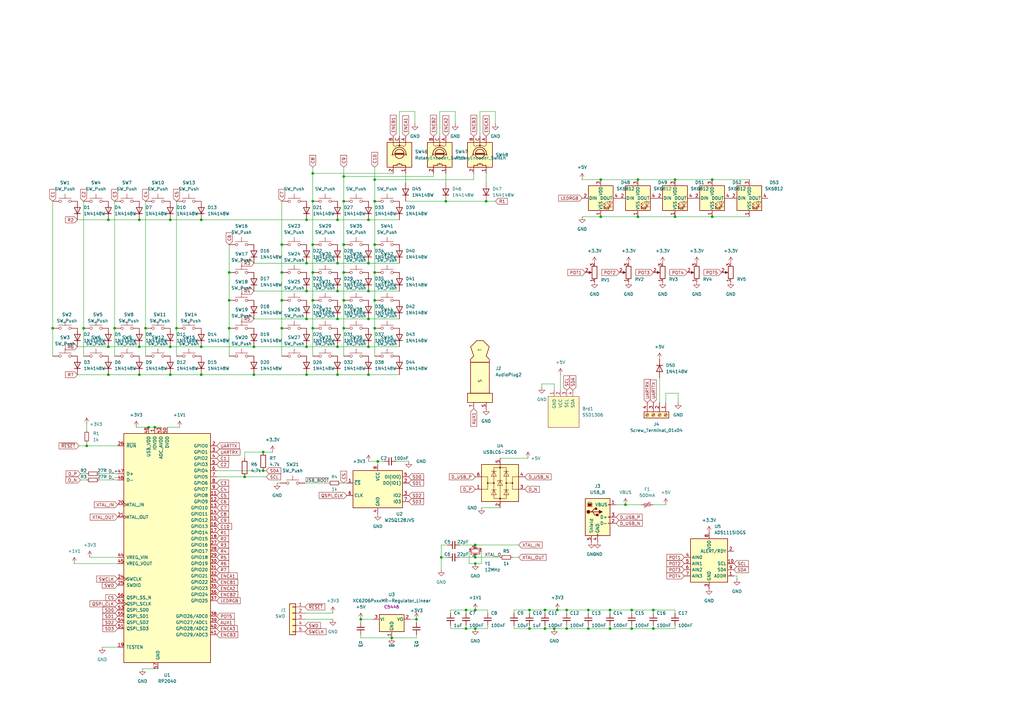
<source format=kicad_sch>
(kicad_sch (version 20250114) (generator "eeschema") (generator_version "9.0")
  (paper "A3")
  (junction (at 151.13 142.24))
  (junction (at 34.29 134.62))
  (junction (at 259.08 250.19))
  (junction (at 125.73 119.38))
  (junction (at 59.69 134.62))
  (junction (at 115.57 134.62))
  (junction (at 180.975 228.6))
  (junction (at 267.97 250.19))
  (junction (at 44.45 90.17))
  (junction (at 223.52 250.19))
  (junction (at 170.815 254) (diameter 0.9144))
  (junction (at 246.38 88.9))
  (junction (at 138.43 142.24))
  (junction (at 140.97 72.39))
  (junction (at 128.27 100.33))
  (junction (at 241.3 257.81))
  (junction (at 138.43 119.38))
  (junction (at 194.945 257.81))
  (junction (at 104.14 153.67))
  (junction (at 82.55 153.67))
  (junction (at 63.5 175.26))
  (junction (at 151.13 130.81))
  (junction (at 232.41 250.19))
  (junction (at 138.43 130.81))
  (junction (at 267.97 257.81))
  (junction (at 153.67 73.66))
  (junction (at 194.945 223.52))
  (junction (at 93.98 111.76))
  (junction (at 194.945 231.14))
  (junction (at 151.13 107.95))
  (junction (at 276.86 73.66))
  (junction (at 217.17 250.19))
  (junction (at 199.39 82.55))
  (junction (at 261.62 88.9))
  (junction (at 232.41 257.81))
  (junction (at 104.14 142.24))
  (junction (at 44.45 142.24))
  (junction (at 153.67 100.33))
  (junction (at 246.38 73.66))
  (junction (at 140.97 82.55))
  (junction (at 93.98 134.62))
  (junction (at 82.55 142.24))
  (junction (at 138.43 107.95))
  (junction (at 46.99 134.62))
  (junction (at 100.33 195.58))
  (junction (at 154.94 189.23))
  (junction (at 128.27 123.19))
  (junction (at 138.43 90.17))
  (junction (at 69.85 142.24))
  (junction (at 151.13 119.38))
  (junction (at 125.73 90.17))
  (junction (at 57.15 142.24))
  (junction (at 140.97 134.62))
  (junction (at 115.57 111.76))
  (junction (at 115.57 100.33))
  (junction (at 160.655 261.62) (diameter 0.9144))
  (junction (at 69.85 90.17))
  (junction (at 194.945 228.6))
  (junction (at 72.39 134.62))
  (junction (at 182.88 82.55))
  (junction (at 57.15 90.17))
  (junction (at 140.97 100.33))
  (junction (at 228.6 250.19))
  (junction (at 21.59 134.62))
  (junction (at 107.95 193.04))
  (junction (at 44.45 153.67))
  (junction (at 250.19 257.81))
  (junction (at 60.96 175.26))
  (junction (at 261.62 73.66))
  (junction (at 256.54 207.01))
  (junction (at 93.98 123.19))
  (junction (at 227.33 257.81))
  (junction (at 57.15 153.67))
  (junction (at 140.97 123.19))
  (junction (at 276.86 88.9))
  (junction (at 191.135 250.19))
  (junction (at 128.27 82.55))
  (junction (at 151.13 90.17))
  (junction (at 259.08 257.81))
  (junction (at 153.67 134.62))
  (junction (at 250.19 250.19))
  (junction (at 35.56 182.88))
  (junction (at 140.97 111.76))
  (junction (at 223.52 257.81))
  (junction (at 125.73 142.24))
  (junction (at 107.95 185.42))
  (junction (at 128.27 71.12))
  (junction (at 194.945 250.19))
  (junction (at 151.13 153.67))
  (junction (at 217.17 257.81))
  (junction (at 128.27 134.62))
  (junction (at 128.27 111.76))
  (junction (at 153.67 123.19))
  (junction (at 292.1 73.66))
  (junction (at 115.57 123.19))
  (junction (at 125.73 130.81))
  (junction (at 241.3 250.19))
  (junction (at 69.85 153.67))
  (junction (at 125.73 107.95))
  (junction (at 153.67 82.55))
  (junction (at 82.55 90.17))
  (junction (at 138.43 153.67))
  (junction (at 125.73 153.67))
  (junction (at 147.955 254) (diameter 0.9144))
  (junction (at 153.67 111.76))
  (junction (at 292.1 88.9))
  (junction (at 191.135 257.81))
  (wire (pts (xy 128.27 111.76) (xy 128.27 123.19)))
  (wire (pts (xy 252.73 207.01) (xy 256.54 207.01)))
  (wire (pts (xy 267.97 257.81) (xy 276.86 257.81)))
  (wire (pts (xy 21.59 82.55) (xy 21.59 134.62)))
  (wire (pts (xy 170.815 260.35) (xy 170.815 261.62)))
  (wire (pts (xy 57.15 153.67) (xy 69.85 153.67)))
  (wire (pts (xy 259.08 256.54) (xy 259.08 257.81)))
  (wire (pts (xy 166.37 82.55) (xy 182.88 82.55)))
  (wire (pts (xy 125.095 251.46) (xy 136.525 251.46)))
  (wire (pts (xy 104.14 130.81) (xy 125.73 130.81)))
  (wire (pts (xy 200.025 257.81) (xy 200.025 256.54)))
  (wire (pts (xy 192.405 231.14) (xy 194.945 231.14)))
  (wire (pts (xy 115.57 82.55) (xy 115.57 100.33)))
  (wire (pts (xy 222.25 157.48) (xy 227.33 157.48)))
  (wire (pts (xy 238.76 73.66) (xy 246.38 73.66)))
  (wire (pts (xy 200.025 250.19) (xy 200.025 251.46)))
  (wire (pts (xy 153.67 111.76) (xy 153.67 123.19)))
  (wire (pts (xy 57.15 90.17) (xy 69.85 90.17)))
  (wire (pts (xy 104.14 153.67) (xy 125.73 153.67)))
  (wire (pts (xy 128.27 82.55) (xy 128.27 100.33)))
  (wire (pts (xy 203.2 45.72) (xy 203.2 50.8)))
  (wire (pts (xy 217.17 256.54) (xy 217.17 257.81)))
  (wire (pts (xy 270.51 154.94) (xy 270.51 165.1)))
  (wire (pts (xy 34.29 82.55) (xy 34.29 134.62)))
  (wire (pts (xy 151.13 90.17) (xy 163.83 90.17)))
  (wire (pts (xy 125.095 198.12) (xy 134.62 198.12)))
  (wire (pts (xy 115.57 134.62) (xy 115.57 146.05)))
  (wire (pts (xy 188.595 228.6) (xy 194.945 228.6)))
  (wire (pts (xy 241.3 250.19) (xy 250.19 250.19)))
  (wire (pts (xy 232.41 250.19) (xy 232.41 251.46)))
  (wire (pts (xy 72.39 82.55) (xy 72.39 134.62)))
  (wire (pts (xy 93.98 111.76) (xy 93.98 123.19)))
  (wire (pts (xy 160.655 261.62) (xy 147.955 261.62)))
  (wire (pts (xy 162.56 189.23) (xy 167.64 189.23)))
  (wire (pts (xy 205.105 187.96) (xy 216.535 187.96)))
  (wire (pts (xy 151.13 107.95) (xy 163.83 107.95)))
  (wire (pts (xy 217.17 257.81) (xy 223.52 257.81)))
  (wire (pts (xy 33.02 194.31) (xy 35.56 194.31)))
  (wire (pts (xy 36.83 228.6) (xy 48.26 228.6)))
  (wire (pts (xy 40.64 196.85) (xy 48.26 196.85)))
  (wire (pts (xy 125.73 130.81) (xy 138.43 130.81)))
  (wire (pts (xy 223.52 250.19) (xy 223.52 251.46)))
  (wire (pts (xy 115.57 111.76) (xy 115.57 123.19)))
  (wire (pts (xy 40.64 194.31) (xy 48.26 194.31)))
  (wire (pts (xy 191.135 250.19) (xy 184.785 250.19)))
  (wire (pts (xy 93.98 123.19) (xy 93.98 134.62)))
  (wire (pts (xy 82.55 153.67) (xy 104.14 153.67)))
  (wire (pts (xy 153.67 68.58) (xy 153.67 73.66)))
  (wire (pts (xy 138.43 107.95) (xy 151.13 107.95)))
  (wire (pts (xy 194.945 257.81) (xy 200.025 257.81)))
  (wire (pts (xy 259.08 257.81) (xy 267.97 257.81)))
  (wire (pts (xy 232.41 250.19) (xy 241.3 250.19)))
  (wire (pts (xy 128.27 68.58) (xy 128.27 71.12)))
  (wire (pts (xy 100.33 187.96) (xy 100.33 185.42)))
  (wire (pts (xy 180.975 228.6) (xy 183.515 228.6)))
  (wire (pts (xy 125.73 119.38) (xy 138.43 119.38)))
  (wire (pts (xy 278.13 161.29) (xy 273.05 161.29)))
  (wire (pts (xy 238.76 88.9) (xy 246.38 88.9)))
  (wire (pts (xy 151.13 142.24) (xy 163.83 142.24)))
  (wire (pts (xy 250.19 257.81) (xy 259.08 257.81)))
  (wire (pts (xy 115.57 123.19) (xy 115.57 134.62)))
  (wire (pts (xy 151.13 130.81) (xy 163.83 130.81)))
  (wire (pts (xy 223.52 250.19) (xy 228.6 250.19)))
  (wire (pts (xy 191.135 256.54) (xy 191.135 257.81)))
  (wire (pts (xy 180.975 223.52) (xy 180.975 228.6)))
  (wire (pts (xy 182.88 82.55) (xy 199.39 82.55)))
  (wire (pts (xy 250.19 250.19) (xy 259.08 250.19)))
  (wire (pts (xy 31.75 90.17) (xy 44.45 90.17)))
  (wire (pts (xy 163.83 55.88) (xy 163.83 45.72)))
  (wire (pts (xy 241.3 250.19) (xy 241.3 251.46)))
  (wire (pts (xy 227.33 257.81) (xy 232.41 257.81)))
  (wire (pts (xy 59.69 134.62) (xy 59.69 146.05)))
  (wire (pts (xy 232.41 257.81) (xy 232.41 256.54)))
  (wire (pts (xy 46.99 82.55) (xy 46.99 134.62)))
  (wire (pts (xy 55.88 175.26) (xy 60.96 175.26)))
  (wire (pts (xy 82.55 142.24) (xy 104.14 142.24)))
  (wire (pts (xy 256.54 207.01) (xy 262.89 207.01)))
  (wire (pts (xy 140.97 68.58) (xy 140.97 72.39)))
  (wire (pts (xy 32.385 182.88) (xy 35.56 182.88)))
  (wire (pts (xy 292.1 73.66) (xy 307.34 73.66)))
  (wire (pts (xy 125.73 90.17) (xy 138.43 90.17)))
  (wire (pts (xy 139.7 198.12) (xy 142.24 198.12)))
  (wire (pts (xy 267.97 250.19) (xy 267.97 251.46)))
  (wire (pts (xy 153.67 73.66) (xy 194.31 73.66)))
  (wire (pts (xy 192.405 226.06) (xy 192.405 231.14)))
  (wire (pts (xy 100.33 185.42) (xy 107.95 185.42)))
  (wire (pts (xy 153.67 123.19) (xy 153.67 134.62)))
  (wire (pts (xy 191.135 257.81) (xy 194.945 257.81)))
  (wire (pts (xy 93.98 100.33) (xy 93.98 111.76)))
  (wire (pts (xy 184.785 257.81) (xy 191.135 257.81)))
  (wire (pts (xy 191.135 250.19) (xy 191.135 251.46)))
  (wire (pts (xy 100.33 195.58) (xy 88.9 195.58)))
  (wire (pts (xy 210.82 250.19) (xy 217.17 250.19)))
  (wire (pts (xy 267.97 257.81) (xy 267.97 256.54)))
  (wire (pts (xy 138.43 119.38) (xy 151.13 119.38)))
  (wire (pts (xy 246.38 88.9) (xy 261.62 88.9)))
  (wire (pts (xy 140.97 72.39) (xy 177.8 72.39)))
  (wire (pts (xy 276.86 250.19) (xy 276.86 251.46)))
  (wire (pts (xy 160.655 261.62) (xy 170.815 261.62)))
  (wire (pts (xy 259.08 250.19) (xy 267.97 250.19)))
  (wire (pts (xy 59.69 82.55) (xy 59.69 134.62)))
  (wire (pts (xy 35.56 181.61) (xy 35.56 182.88)))
  (wire (pts (xy 267.97 207.01) (xy 273.05 207.01)))
  (wire (pts (xy 147.955 254) (xy 153.035 254)))
  (wire (pts (xy 138.43 130.81) (xy 151.13 130.81)))
  (wire (pts (xy 44.45 90.17) (xy 57.15 90.17)))
  (wire (pts (xy 140.97 72.39) (xy 140.97 82.55)))
  (wire (pts (xy 63.5 175.26) (xy 66.04 175.26)))
  (wire (pts (xy 199.39 82.55) (xy 203.2 82.55)))
  (wire (pts (xy 223.52 256.54) (xy 223.52 257.81)))
  (wire (pts (xy 125.73 153.67) (xy 138.43 153.67)))
  (wire (pts (xy 222.25 157.48) (xy 222.25 158.75)))
  (wire (pts (xy 128.27 123.19) (xy 128.27 134.62)))
  (wire (pts (xy 147.955 254) (xy 147.955 255.27)))
  (wire (pts (xy 223.52 250.19) (xy 217.17 250.19)))
  (wire (pts (xy 177.8 71.12) (xy 177.8 72.39)))
  (wire (pts (xy 138.43 90.17) (xy 151.13 90.17)))
  (wire (pts (xy 140.97 134.62) (xy 140.97 146.05)))
  (wire (pts (xy 199.39 74.93) (xy 199.39 71.12)))
  (wire (pts (xy 302.26 236.22) (xy 302.26 237.49)))
  (wire (pts (xy 292.1 88.9) (xy 307.34 88.9)))
  (wire (pts (xy 168.275 254) (xy 170.815 254)))
  (wire (pts (xy 180.34 45.72) (xy 186.69 45.72)))
  (wire (pts (xy 128.27 134.62) (xy 128.27 146.05)))
  (wire (pts (xy 170.815 254) (xy 170.815 255.27)))
  (wire (pts (xy 93.98 134.62) (xy 93.98 146.05)))
  (wire (pts (xy 166.37 74.93) (xy 166.37 71.12)))
  (wire (pts (xy 197.485 208.28) (xy 205.105 208.28)))
  (wire (pts (xy 44.45 142.24) (xy 57.15 142.24)))
  (wire (pts (xy 228.6 250.19) (xy 232.41 250.19)))
  (wire (pts (xy 31.75 153.67) (xy 44.45 153.67)))
  (wire (pts (xy 57.15 142.24) (xy 69.85 142.24)))
  (wire (pts (xy 48.26 231.14) (xy 30.48 231.14)))
  (wire (pts (xy 194.31 71.12) (xy 194.31 73.66)))
  (wire (pts (xy 196.85 45.72) (xy 203.2 45.72)))
  (wire (pts (xy 140.97 123.19) (xy 140.97 134.62)))
  (wire (pts (xy 151.13 119.38) (xy 163.83 119.38)))
  (wire (pts (xy 182.88 74.93) (xy 182.88 71.12)))
  (wire (pts (xy 194.945 223.52) (xy 212.725 223.52)))
  (wire (pts (xy 170.18 45.72) (xy 170.18 50.8)))
  (wire (pts (xy 31.75 142.24) (xy 44.45 142.24)))
  (wire (pts (xy 128.27 71.12) (xy 161.29 71.12)))
  (wire (pts (xy 151.13 153.67) (xy 163.83 153.67)))
  (wire (pts (xy 227.33 160.02) (xy 227.33 157.48)))
  (wire (pts (xy 210.82 257.81) (xy 217.17 257.81)))
  (wire (pts (xy 41.91 265.43) (xy 48.26 265.43)))
  (wire (pts (xy 210.82 256.54) (xy 210.82 257.81)))
  (wire (pts (xy 69.85 90.17) (xy 82.55 90.17)))
  (wire (pts (xy 153.67 73.66) (xy 153.67 82.55)))
  (wire (pts (xy 140.97 111.76) (xy 140.97 123.19)))
  (wire (pts (xy 300.99 236.22) (xy 302.26 236.22)))
  (wire (pts (xy 128.27 100.33) (xy 128.27 111.76)))
  (wire (pts (xy 153.67 134.62) (xy 153.67 146.05)))
  (wire (pts (xy 261.62 73.66) (xy 276.86 73.66)))
  (wire (pts (xy 140.97 100.33) (xy 140.97 111.76)))
  (wire (pts (xy 197.485 231.14) (xy 194.945 231.14)))
  (wire (pts (xy 34.29 134.62) (xy 34.29 146.05)))
  (wire (pts (xy 140.97 82.55) (xy 140.97 100.33)))
  (wire (pts (xy 104.14 119.38) (xy 125.73 119.38)))
  (wire (pts (xy 194.945 250.19) (xy 191.135 250.19)))
  (wire (pts (xy 250.19 250.19) (xy 250.19 251.46)))
  (wire (pts (xy 180.34 55.88) (xy 180.34 45.72)))
  (wire (pts (xy 151.13 189.23) (xy 154.94 189.23)))
  (wire (pts (xy 33.02 196.85) (xy 35.56 196.85)))
  (wire (pts (xy 184.785 250.19) (xy 184.785 251.46)))
  (wire (pts (xy 35.56 182.88) (xy 48.26 182.88)))
  (wire (pts (xy 44.45 153.67) (xy 57.15 153.67)))
  (wire (pts (xy 154.94 189.23) (xy 157.48 189.23)))
  (wire (pts (xy 246.38 73.66) (xy 261.62 73.66)))
  (wire (pts (xy 107.95 193.04) (xy 88.9 193.04)))
  (wire (pts (xy 278.13 165.1) (xy 278.13 161.29)))
  (wire (pts (xy 188.595 223.52) (xy 194.945 223.52)))
  (wire (pts (xy 267.97 250.19) (xy 276.86 250.19)))
  (wire (pts (xy 138.43 153.67) (xy 151.13 153.67)))
  (wire (pts (xy 69.85 142.24) (xy 82.55 142.24)))
  (wire (pts (xy 58.42 274.32) (xy 64.77 274.32)))
  (wire (pts (xy 125.73 142.24) (xy 138.43 142.24)))
  (wire (pts (xy 250.19 256.54) (xy 250.19 257.81)))
  (wire (pts (xy 154.94 189.23) (xy 154.94 190.5)))
  (wire (pts (xy 125.73 107.95) (xy 138.43 107.95)))
  (wire (pts (xy 241.3 257.81) (xy 250.19 257.81)))
  (wire (pts (xy 35.56 173.99) (xy 35.56 176.53)))
  (wire (pts (xy 138.43 142.24) (xy 151.13 142.24)))
  (wire (pts (xy 210.82 251.46) (xy 210.82 250.19)))
  (wire (pts (xy 136.525 254) (xy 125.095 254)))
  (wire (pts (xy 109.22 195.58) (xy 100.33 195.58)))
  (wire (pts (xy 153.67 82.55) (xy 153.67 100.33)))
  (wire (pts (xy 82.55 90.17) (xy 125.73 90.17)))
  (wire (pts (xy 194.945 250.19) (xy 200.025 250.19)))
  (wire (pts (xy 232.41 257.81) (xy 241.3 257.81)))
  (wire (pts (xy 184.785 256.54) (xy 184.785 257.81)))
  (wire (pts (xy 276.86 73.66) (xy 292.1 73.66)))
  (wire (pts (xy 21.59 134.62) (xy 21.59 146.05)))
  (wire (pts (xy 261.62 88.9) (xy 276.86 88.9)))
  (wire (pts (xy 104.14 142.24) (xy 125.73 142.24)))
  (wire (pts (xy 46.99 134.62) (xy 46.99 146.05)))
  (wire (pts (xy 107.95 185.42) (xy 111.76 185.42)))
  (wire (pts (xy 259.08 250.19) (xy 259.08 251.46)))
  (wire (pts (xy 223.52 257.81) (xy 227.33 257.81)))
  (wire (pts (xy 196.85 55.88) (xy 196.85 45.72)))
  (wire (pts (xy 194.945 228.6) (xy 205.105 228.6)))
  (wire (pts (xy 217.17 250.19) (xy 217.17 251.46)))
  (wire (pts (xy 115.57 100.33) (xy 115.57 111.76)))
  (wire (pts (xy 210.185 228.6) (xy 212.725 228.6)))
  (wire (pts (xy 183.515 223.52) (xy 180.975 223.52)))
  (wire (pts (xy 186.69 45.72) (xy 186.69 50.8)))
  (wire (pts (xy 109.22 193.04) (xy 107.95 193.04)))
  (wire (pts (xy 276.86 88.9) (xy 292.1 88.9)))
  (wire (pts (xy 113.665 198.12) (xy 114.935 198.12)))
  (wire (pts (xy 276.86 257.81) (xy 276.86 256.54)))
  (wire (pts (xy 68.58 175.26) (xy 73.66 175.26)))
  (wire (pts (xy 69.85 153.67) (xy 82.55 153.67)))
  (wire (pts (xy 180.975 228.6) (xy 180.975 233.68)))
  (wire (pts (xy 72.39 134.62) (xy 72.39 146.05)))
  (wire (pts (xy 153.67 100.33) (xy 153.67 111.76)))
  (wire (pts (xy 163.83 45.72) (xy 170.18 45.72)))
  (wire (pts (xy 104.14 107.95) (xy 125.73 107.95)))
  (wire (pts (xy 128.27 71.12) (xy 128.27 82.55)))
  (wire (pts (xy 197.485 226.06) (xy 197.485 231.14)))
  (wire (pts (xy 147.955 260.35) (xy 147.955 261.62)))
  (wire (pts (xy 241.3 257.81) (xy 241.3 256.54)))
  (wire (pts (xy 273.05 161.29) (xy 273.05 165.1)))
  (wire (pts (xy 60.96 175.26) (xy 63.5 175.26)))
  (wire (pts (xy 229.87 153.67) (xy 229.87 160.02)))
  (label "~{USB_BOOT}" (at 125.095 198.12 0))
  (label "D_-" (at 44.45 196.85 0))
  (label "D_+" (at 44.45 194.31 0))
  (label "XTAL_O" (at 198.755 228.6 0))
  (global_label "R3" (shape input) (at 88.9 223.52 0) (property "Intersheetrefs" "${INTERSHEET_REFS}" (effects (hide yes))))
  (global_label "SDA" (shape input) (at 109.22 193.04 0) (property "Intersheetrefs" "${INTERSHEET_REFS}" (effects (hide yes))))
  (global_label "SWCLK" (shape input) (at 125.095 259.08 0) (property "Intersheetrefs" "${INTERSHEET_REFS}" (effects (hide yes))))
  (global_label "ENCB2" (shape input) (at 177.8 55.88 90) (property "Intersheetrefs" "${INTERSHEET_REFS}" (effects (hide yes))))
  (global_label "POT1" (shape input) (at 240.03 111.76 180) (property "Intersheetrefs" "${INTERSHEET_REFS}" (effects (hide yes))))
  (global_label "C1" (shape input) (at 21.59 82.55 90) (property "Intersheetrefs" "${INTERSHEET_REFS}" (effects (hide yes))))
  (global_label "D_N" (shape input) (at 215.265 200.66 0) (property "Intersheetrefs" "${INTERSHEET_REFS}" (effects (hide yes))))
  (global_label "SDA" (shape input) (at 234.95 160.02 90) (property "Intersheetrefs" "${INTERSHEET_REFS}" (effects (hide yes))))
  (global_label "POT5" (shape input) (at 295.91 111.76 180) (property "Intersheetrefs" "${INTERSHEET_REFS}" (effects (hide yes))))
  (global_label "C7" (shape input) (at 115.57 82.55 90) (property "Intersheetrefs" "${INTERSHEET_REFS}" (effects (hide yes))))
  (global_label "C2" (shape input) (at 34.29 82.55 90) (property "Intersheetrefs" "${INTERSHEET_REFS}" (effects (hide yes))))
  (global_label "R4" (shape input) (at 88.9 226.06 0) (property "Intersheetrefs" "${INTERSHEET_REFS}" (effects (hide yes))))
  (global_label "SD1" (shape input) (at 48.26 252.73 180) (property "Intersheetrefs" "${INTERSHEET_REFS}" (effects (hide yes))))
  (global_label "SCL" (shape input) (at 300.99 231.14 0) (property "Intersheetrefs" "${INTERSHEET_REFS}" (effects (hide yes))))
  (global_label "D_P" (shape input) (at 194.945 200.66 180) (property "Intersheetrefs" "${INTERSHEET_REFS}" (effects (hide yes))))
  (global_label "POT4" (shape input) (at 280.67 236.22 180) (property "Intersheetrefs" "${INTERSHEET_REFS}" (effects (hide yes))))
  (global_label "XTAL_OUT" (shape input) (at 212.725 228.6 0) (property "Intersheetrefs" "${INTERSHEET_REFS}" (effects (hide yes))))
  (global_label "SDA" (shape input) (at 300.99 233.68 0) (property "Intersheetrefs" "${INTERSHEET_REFS}" (effects (hide yes))))
  (global_label "UARTTX" (shape input) (at 267.97 165.1 90) (property "Intersheetrefs" "${INTERSHEET_REFS}" (effects (hide yes))))
  (global_label "AUX1" (shape input) (at 194.31 167.64 270) (property "Intersheetrefs" "${INTERSHEET_REFS}" (effects (hide yes))))
  (global_label "D_P" (shape input) (at 33.02 194.31 180) (property "Intersheetrefs" "${INTERSHEET_REFS}" (effects (hide yes))))
  (global_label "C3" (shape input) (at 88.9 198.12 0) (property "Intersheetrefs" "${INTERSHEET_REFS}" (effects (hide yes))))
  (global_label "POT1" (shape input) (at 280.67 228.6 180) (property "Intersheetrefs" "${INTERSHEET_REFS}" (effects (hide yes))))
  (global_label "ENCA1" (shape input) (at 88.9 236.22 0) (property "Intersheetrefs" "${INTERSHEET_REFS}" (effects (hide yes))))
  (global_label "POT5" (shape input) (at 88.9 252.73 0) (property "Intersheetrefs" "${INTERSHEET_REFS}" (effects (hide yes))))
  (global_label "XTAL_IN" (shape input) (at 48.26 207.01 180) (property "Intersheetrefs" "${INTERSHEET_REFS}" (effects (hide yes))))
  (global_label "~{RESET}" (shape input) (at 125.095 248.92 0) (property "Intersheetrefs" "${INTERSHEET_REFS}" (effects (hide yes))))
  (global_label "POT3" (shape input) (at 267.97 111.76 180) (property "Intersheetrefs" "${INTERSHEET_REFS}" (effects (hide yes))))
  (global_label "ENCB3" (shape input) (at 194.31 55.88 90) (property "Intersheetrefs" "${INTERSHEET_REFS}" (effects (hide yes))))
  (global_label "R1" (shape input) (at 203.2 82.55 0) (property "Intersheetrefs" "${INTERSHEET_REFS}" (effects (hide yes))))
  (global_label "R7" (shape input) (at 31.75 153.67 180) (property "Intersheetrefs" "${INTERSHEET_REFS}" (effects (hide yes))))
  (global_label "SWCLK" (shape input) (at 48.26 237.49 180) (property "Intersheetrefs" "${INTERSHEET_REFS}" (effects (hide yes))))
  (global_label "SCL" (shape input) (at 109.22 195.58 0) (property "Intersheetrefs" "${INTERSHEET_REFS}" (effects (hide yes))))
  (global_label "C9" (shape input) (at 88.9 213.36 0) (property "Intersheetrefs" "${INTERSHEET_REFS}" (effects (hide yes))))
  (global_label "QSPI_CLK" (shape input) (at 142.24 203.2 180) (property "Intersheetrefs" "${INTERSHEET_REFS}" (effects (hide yes))))
  (global_label "LEDRGB" (shape input) (at 238.76 81.28 180) (property "Intersheetrefs" "${INTERSHEET_REFS}" (effects (hide yes))))
  (global_label "R7" (shape input) (at 88.9 233.68 0) (property "Intersheetrefs" "${INTERSHEET_REFS}" (effects (hide yes))))
  (global_label "D_USB_N" (shape input) (at 252.73 214.63 0) (property "Intersheetrefs" "${INTERSHEET_REFS}" (effects (hide yes))))
  (global_label "R1" (shape input) (at 88.9 218.44 0) (property "Intersheetrefs" "${INTERSHEET_REFS}" (effects (hide yes))))
  (global_label "R6" (shape input) (at 88.9 231.14 0) (property "Intersheetrefs" "${INTERSHEET_REFS}" (effects (hide yes))))
  (global_label "UARTRX" (shape input) (at 265.43 165.1 90) (property "Intersheetrefs" "${INTERSHEET_REFS}" (effects (hide yes))))
  (global_label "R2" (shape input) (at 31.75 90.17 180) (property "Intersheetrefs" "${INTERSHEET_REFS}" (effects (hide yes))))
  (global_label "D_USB_P" (shape input) (at 252.73 212.09 0) (property "Intersheetrefs" "${INTERSHEET_REFS}" (effects (hide yes))))
  (global_label "AUX1" (shape input) (at 88.9 255.27 0) (property "Intersheetrefs" "${INTERSHEET_REFS}" (effects (hide yes))))
  (global_label "C5" (shape input) (at 72.39 82.55 90) (property "Intersheetrefs" "${INTERSHEET_REFS}" (effects (hide yes))))
  (global_label "D_USB_P" (shape input) (at 194.945 195.58 180) (property "Intersheetrefs" "${INTERSHEET_REFS}" (effects (hide yes))))
  (global_label "D_N" (shape input) (at 33.02 196.85 180) (property "Intersheetrefs" "${INTERSHEET_REFS}" (effects (hide yes))))
  (global_label "ENCB3" (shape input) (at 88.9 260.35 0) (property "Intersheetrefs" "${INTERSHEET_REFS}" (effects (hide yes))))
  (global_label "POT4" (shape input) (at 281.94 111.76 180) (property "Intersheetrefs" "${INTERSHEET_REFS}" (effects (hide yes))))
  (global_label "ENCA3" (shape input) (at 199.39 55.88 90) (property "Intersheetrefs" "${INTERSHEET_REFS}" (effects (hide yes))))
  (global_label "C1" (shape input) (at 88.9 187.96 0) (property "Intersheetrefs" "${INTERSHEET_REFS}" (effects (hide yes))))
  (global_label "C6" (shape input) (at 88.9 205.74 0) (property "Intersheetrefs" "${INTERSHEET_REFS}" (effects (hide yes))))
  (global_label "SD0" (shape input) (at 48.26 250.19 180) (property "Intersheetrefs" "${INTERSHEET_REFS}" (effects (hide yes))))
  (global_label "~{RESET}" (shape input) (at 32.385 182.88 180) (property "Intersheetrefs" "${INTERSHEET_REFS}" (effects (hide yes))))
  (global_label "ENCB1" (shape input) (at 88.9 238.76 0) (property "Intersheetrefs" "${INTERSHEET_REFS}" (effects (hide yes))))
  (global_label "POT3" (shape input) (at 280.67 233.68 180) (property "Intersheetrefs" "${INTERSHEET_REFS}" (effects (hide yes))))
  (global_label "R5" (shape input) (at 88.9 228.6 0) (property "Intersheetrefs" "${INTERSHEET_REFS}" (effects (hide yes))))
  (global_label "R3" (shape input) (at 104.14 107.95 180) (property "Intersheetrefs" "${INTERSHEET_REFS}" (effects (hide yes))))
  (global_label "SWD" (shape input) (at 125.095 256.54 0) (property "Intersheetrefs" "${INTERSHEET_REFS}" (effects (hide yes))))
  (global_label "CS" (shape input) (at 48.26 245.11 180) (property "Intersheetrefs" "${INTERSHEET_REFS}" (effects (hide yes))))
  (global_label "ENCA2" (shape input) (at 88.9 241.3 0) (property "Intersheetrefs" "${INTERSHEET_REFS}" (effects (hide yes))))
  (global_label "XTAL_OUT" (shape input) (at 48.26 212.09 180) (property "Intersheetrefs" "${INTERSHEET_REFS}" (effects (hide yes))))
  (global_label "R2" (shape input) (at 88.9 220.98 0) (property "Intersheetrefs" "${INTERSHEET_REFS}" (effects (hide yes))))
  (global_label "C4" (shape input) (at 59.69 82.55 90) (property "Intersheetrefs" "${INTERSHEET_REFS}" (effects (hide yes))))
  (global_label "POT2" (shape input) (at 254 111.76 180) (property "Intersheetrefs" "${INTERSHEET_REFS}" (effects (hide yes))))
  (global_label "C2" (shape input) (at 88.9 190.5 0) (property "Intersheetrefs" "${INTERSHEET_REFS}" (effects (hide yes))))
  (global_label "C8" (shape input) (at 128.27 68.58 90) (property "Intersheetrefs" "${INTERSHEET_REFS}" (effects (hide yes))))
  (global_label "CS" (shape input) (at 140.97 198.12 90) (property "Intersheetrefs" "${INTERSHEET_REFS}" (effects (hide yes))))
  (global_label "SD1" (shape input) (at 167.64 198.12 0) (property "Intersheetrefs" "${INTERSHEET_REFS}" (effects (hide yes))))
  (global_label "C6" (shape input) (at 93.98 100.33 90) (property "Intersheetrefs" "${INTERSHEET_REFS}" (effects (hide yes))))
  (global_label "ENCB1" (shape input) (at 161.29 55.88 90) (property "Intersheetrefs" "${INTERSHEET_REFS}" (effects (hide yes))))
  (global_label "ENCA3" (shape input) (at 88.9 257.81 0) (property "Intersheetrefs" "${INTERSHEET_REFS}" (effects (hide yes))))
  (global_label "D_USB_N" (shape input) (at 215.265 195.58 0) (property "Intersheetrefs" "${INTERSHEET_REFS}" (effects (hide yes))))
  (global_label "SD3" (shape input) (at 48.26 257.81 180) (property "Intersheetrefs" "${INTERSHEET_REFS}" (effects (hide yes))))
  (global_label "C5" (shape input) (at 88.9 203.2 0) (property "Intersheetrefs" "${INTERSHEET_REFS}" (effects (hide yes))))
  (global_label "C3" (shape input) (at 46.99 82.55 90) (property "Intersheetrefs" "${INTERSHEET_REFS}" (effects (hide yes))))
  (global_label "SD0" (shape input) (at 167.64 195.58 0) (property "Intersheetrefs" "${INTERSHEET_REFS}" (effects (hide yes))))
  (global_label "C10" (shape input) (at 153.67 68.58 90) (property "Intersheetrefs" "${INTERSHEET_REFS}" (effects (hide yes))))
  (global_label "R4" (shape input) (at 104.14 119.38 180) (property "Intersheetrefs" "${INTERSHEET_REFS}" (effects (hide yes))))
  (global_label "C10" (shape input) (at 88.9 215.9 0) (property "Intersheetrefs" "${INTERSHEET_REFS}" (effects (hide yes))))
  (global_label "XTAL_IN" (shape input) (at 212.725 223.52 0) (property "Intersheetrefs" "${INTERSHEET_REFS}" (effects (hide yes))))
  (global_label "SCL" (shape input) (at 232.41 160.02 90) (property "Intersheetrefs" "${INTERSHEET_REFS}" (effects (hide yes))))
  (global_label "C7" (shape input) (at 88.9 208.28 0) (property "Intersheetrefs" "${INTERSHEET_REFS}" (effects (hide yes))))
  (global_label "C4" (shape input) (at 88.9 200.66 0) (property "Intersheetrefs" "${INTERSHEET_REFS}" (effects (hide yes))))
  (global_label "C8" (shape input) (at 88.9 210.82 0) (property "Intersheetrefs" "${INTERSHEET_REFS}" (effects (hide yes))))
  (global_label "SD2" (shape input) (at 167.64 203.2 0) (property "Intersheetrefs" "${INTERSHEET_REFS}" (effects (hide yes))))
  (global_label "ENCB2" (shape input) (at 88.9 243.84 0) (property "Intersheetrefs" "${INTERSHEET_REFS}" (effects (hide yes))))
  (global_label "ENCA1" (shape input) (at 166.37 55.88 90) (property "Intersheetrefs" "${INTERSHEET_REFS}" (effects (hide yes))))
  (global_label "ENCA2" (shape input) (at 182.88 55.88 90) (property "Intersheetrefs" "${INTERSHEET_REFS}" (effects (hide yes))))
  (global_label "UARTRX" (shape input) (at 88.9 185.42 0) (property "Intersheetrefs" "${INTERSHEET_REFS}" (effects (hide yes))))
  (global_label "POT2" (shape input) (at 280.67 231.14 180) (property "Intersheetrefs" "${INTERSHEET_REFS}" (effects (hide yes))))
  (global_label "SD2" (shape input) (at 48.26 255.27 180) (property "Intersheetrefs" "${INTERSHEET_REFS}" (effects (hide yes))))
  (global_label "R5" (shape input) (at 104.14 130.81 180) (property "Intersheetrefs" "${INTERSHEET_REFS}" (effects (hide yes))))
  (global_label "LEDRGB" (shape input) (at 88.9 246.38 0) (property "Intersheetrefs" "${INTERSHEET_REFS}" (effects (hide yes))))
  (global_label "R6" (shape input) (at 31.75 142.24 180) (property "Intersheetrefs" "${INTERSHEET_REFS}" (effects (hide yes))))
  (global_label "UARTTX" (shape input) (at 88.9 182.88 0) (property "Intersheetrefs" "${INTERSHEET_REFS}" (effects (hide yes))))
  (global_label "QSPI_CLK" (shape input) (at 48.26 247.65 180) (property "Intersheetrefs" "${INTERSHEET_REFS}" (effects (hide yes))))
  (global_label "SWD" (shape input) (at 48.26 240.03 180) (property "Intersheetrefs" "${INTERSHEET_REFS}" (effects (hide yes))))
  (global_label "SD3" (shape input) (at 167.64 205.74 0) (property "Intersheetrefs" "${INTERSHEET_REFS}" (effects (hide yes))))
  (global_label "C9" (shape input) (at 140.97 68.58 90) (property "Intersheetrefs" "${INTERSHEET_REFS}" (effects (hide yes))))
  (symbol (lib_id "Connector_Audio:AudioPlug2") (at 196.85 152.4 270) (unit 1)
    (property "Reference" "J2" (at 203.2 151.1299 90) (effects (justify left)))
    (property "Value" "AudioPlug2" (at 203.2 153.6699 90) (effects (justify left)))
    (property "Footprint" "Connector_Audio:Jack_3.5mm_CUI_SJ-3523-SMT_Horizontal" (effects (hide yes)))
    (property "Description" "Audio Jack, 2 Poles (Mono / TS)" (effects (hide yes)))
  )
  (symbol (lib_id "Switch:SW_Push") (at 133.35 134.62 0) (unit 1)
    (property "Reference" "SW32" (at 133.35 127 0))
    (property "Value" "SW_Push" (at 133.35 129.54 0))
    (property "Footprint" "PCM_Switch_Keyboard_Hotswap_Kailh:SW_Hotswap_Kailh_Choc_V1V2_1.00u" (effects (hide yes)))
    (property "Description" "Push button switch, generic, two pins" (effects (hide yes)))
  )
  (symbol (lib_id "Diode:1N4148W") (at 125.73 127 90) (unit 1)
    (property "Reference" "D24" (at 128.27 125.7299 90) (effects (justify right)))
    (property "Value" "1N4148W" (at 128.27 128.2699 90) (effects (justify right)))
    (property "Footprint" "Diode_SMD:D_SOD-123" (effects (hide yes)))
    (property "Datasheet" "https://www.vishay.com/docs/85748/1n4148w.pdf" (effects (hide yes)))
    (property "Description" "75V 0.15A Fast Switching Diode, SOD-123" (effects (hide yes)))
    (property "Sim.Device" "D" (effects (hide yes)))
    (property "Sim.Pins" "1=K 2=A" (effects (hide yes)))
  )
  (symbol (lib_id "Switch:SW_Push") (at 64.77 134.62 0) (unit 1)
    (property "Reference" "SW11" (at 65.532 129.032 0))
    (property "Value" "SW_Push" (at 65.532 131.572 0))
    (property "Footprint" "PCM_Switch_Keyboard_Hotswap_Kailh:SW_Hotswap_Kailh_Choc_V1V2_1.00u" (effects (hide yes)))
    (property "Description" "Push button switch, generic, two pins" (effects (hide yes)))
  )
  (symbol (lib_id "Switch:SW_Push") (at 146.05 111.76 0) (unit 1)
    (property "Reference" "SW36" (at 146.05 104.14 0))
    (property "Value" "SW_Push" (at 146.05 106.68 0))
    (property "Footprint" "PCM_Switch_Keyboard_Hotswap_Kailh:SW_Hotswap_Kailh_Choc_V1V2_1.00u" (effects (hide yes)))
    (property "Description" "Push button switch, generic, two pins" (effects (hide yes)))
  )
  (symbol (lib_id "power:VBUS") (at 256.54 207.01 0) (unit 1)
    (property "Reference" "#PWR037" (effects (hide yes)))
    (property "Value" "VBUS" (at 256.54 201.93 0))
  )
  (symbol (lib_id "Diode:1N4148W") (at 163.83 149.86 90) (unit 1)
    (property "Reference" "D44" (at 166.37 148.5899 90) (effects (justify right)))
    (property "Value" "1N4148W" (at 166.37 151.1299 90) (effects (justify right)))
    (property "Footprint" "Diode_SMD:D_SOD-123" (effects (hide yes)))
    (property "Datasheet" "https://www.vishay.com/docs/85748/1n4148w.pdf" (effects (hide yes)))
    (property "Description" "75V 0.15A Fast Switching Diode, SOD-123" (effects (hide yes)))
    (property "Sim.Device" "D" (effects (hide yes)))
    (property "Sim.Pins" "1=K 2=A" (effects (hide yes)))
  )
  (symbol (lib_id "Switch:SW_Push") (at 158.75 146.05 0) (unit 1)
    (property "Reference" "SW45" (at 158.75 138.43 0))
    (property "Value" "SW_Push" (at 158.75 140.97 0))
    (property "Footprint" "PCM_Switch_Keyboard_Hotswap_Kailh:SW_Hotswap_Kailh_Choc_V1V2_1.00u" (effects (hide yes)))
    (property "Description" "Push button switch, generic, two pins" (effects (hide yes)))
  )
  (symbol (lib_id "Switch:SW_Push") (at 39.37 82.55 0) (unit 1)
    (property "Reference" "SW4" (at 39.37 74.93 0))
    (property "Value" "SW_Push" (at 39.37 77.47 0))
    (property "Footprint" "PCM_Switch_Keyboard_Hotswap_Kailh:SW_Hotswap_Kailh_Choc_V1V2_1.00u" (effects (hide yes)))
    (property "Description" "Push button switch, generic, two pins" (effects (hide yes)))
  )
  (symbol (lib_name "GND_2") (lib_id "power:GND") (at 186.69 50.8 0) (unit 1)
    (property "Reference" "#PWR019" (effects (hide yes)))
    (property "Value" "GND" (at 186.69 55.88 0))
    (property "Description" "Power symbol creates a global label with name \"GND\" , ground" (effects (hide yes)))
  )
  (symbol (lib_id "Device:C_Small") (at 250.19 254 0) (unit 1)
    (property "Reference" "C14" (at 251.46 251.4599 0) (effects (justify left)))
    (property "Value" "100nF" (at 251.46 256.5399 0) (effects (justify left)))
    (property "Footprint" "Capacitor_SMD:C_0402_1005Metric" (effects (hide yes)))
    (property "LCSC" "C1525" (effects (hide yes)))
  )
  (symbol (lib_id "power:+3V3") (at 151.13 189.23 0) (unit 1)
    (property "Reference" "#PWR012" (effects (hide yes)))
    (property "Value" "+3V3" (at 147.32 189.23 0))
  )
  (symbol (lib_id "Sleep-lib:RP2040") (at 68.58 226.06 0) (unit 1)
    (property "Reference" "U1" (at 68.58 276.86 0))
    (property "Value" "RP2040" (at 68.58 279.4 0))
    (property "Footprint" "Package_DFN_QFN:QFN-56-1EP_7x7mm_P0.4mm_EP3.2x3.2mm" (effects (hide yes)))
    (property "Datasheet" "https://datasheets.raspberrypi.com/rp2040/rp2040-datasheet.pdf" (effects (hide yes)))
    (property "LCSC" "C2040" (effects (hide yes)))
  )
  (symbol (lib_id "Diode:1N4148W") (at 82.55 149.86 90) (unit 1)
    (property "Reference" "D15" (at 85.09 148.5899 90) (effects (justify right)))
    (property "Value" "1N4148W" (at 85.09 151.1299 90) (effects (justify right)))
    (property "Footprint" "Diode_SMD:D_SOD-123" (effects (hide yes)))
    (property "Datasheet" "https://www.vishay.com/docs/85748/1n4148w.pdf" (effects (hide yes)))
    (property "Description" "75V 0.15A Fast Switching Diode, SOD-123" (effects (hide yes)))
    (property "Sim.Device" "D" (effects (hide yes)))
    (property "Sim.Pins" "1=K 2=A" (effects (hide yes)))
  )
  (symbol (lib_id "Diode:1N4148W") (at 138.43 104.14 90) (unit 1)
    (property "Reference" "D28" (at 140.97 102.8699 90) (effects (justify right)))
    (property "Value" "1N4148W" (at 140.97 105.4099 90) (effects (justify right)))
    (property "Footprint" "Diode_SMD:D_SOD-123" (effects (hide yes)))
    (property "Datasheet" "https://www.vishay.com/docs/85748/1n4148w.pdf" (effects (hide yes)))
    (property "Description" "75V 0.15A Fast Switching Diode, SOD-123" (effects (hide yes)))
    (property "Sim.Device" "D" (effects (hide yes)))
    (property "Sim.Pins" "1=K 2=A" (effects (hide yes)))
  )
  (symbol (lib_id "Connector:USB_B") (at 245.11 212.09 0) (unit 1)
    (property "Reference" "J3" (at 245.11 199.39 0))
    (property "Value" "USB_B" (at 245.11 201.93 0))
    (property "Footprint" "Connector_USB:USB_B_TE_5787834_Vertical" (effects (hide yes)))
    (property "Description" "USB Type B connector" (effects (hide yes)))
  )
  (symbol (lib_id "Diode:1N4148W") (at 57.15 149.86 90) (unit 1)
    (property "Reference" "D9" (at 59.69 148.5899 90) (effects (justify right)))
    (property "Value" "1N4148W" (at 59.69 151.1299 90) (effects (justify right)))
    (property "Footprint" "Diode_SMD:D_SOD-123" (effects (hide yes)))
    (property "Datasheet" "https://www.vishay.com/docs/85748/1n4148w.pdf" (effects (hide yes)))
    (property "Description" "75V 0.15A Fast Switching Diode, SOD-123" (effects (hide yes)))
    (property "Sim.Device" "D" (effects (hide yes)))
    (property "Sim.Pins" "1=K 2=A" (effects (hide yes)))
  )
  (symbol (lib_id "Switch:SW_Push") (at 99.06 100.33 0) (unit 1)
    (property "Reference" "SW16" (at 99.06 92.71 0))
    (property "Value" "SW_Push" (at 99.06 95.25 0))
    (property "Footprint" "PCM_Switch_Keyboard_Hotswap_Kailh:SW_Hotswap_Kailh_Choc_V1V2_1.00u" (effects (hide yes)))
    (property "Description" "Push button switch, generic, two pins" (effects (hide yes)))
  )
  (symbol (lib_id "Device:Polyfuse_Small") (at 265.43 207.01 90) (unit 1)
    (property "Reference" "F1" (at 265.43 200.66 90))
    (property "Value" "500mA" (at 265.43 203.2 90))
    (property "Footprint" "Fuse:Fuse_1206_3216Metric" (effects (hide yes)))
    (property "LCSC" "C70076" (effects (hide yes)))
  )
  (symbol (lib_id "Switch:SW_Push") (at 133.35 100.33 0) (unit 1)
    (property "Reference" "SW29" (at 133.35 92.71 0))
    (property "Value" "SW_Push" (at 133.35 95.25 0))
    (property "Footprint" "PCM_Switch_Keyboard_Hotswap_Kailh:SW_Hotswap_Kailh_Choc_V1V2_1.00u" (effects (hide yes)))
    (property "Description" "Push button switch, generic, two pins" (effects (hide yes)))
  )
  (symbol (lib_id "Diode:1N4148W") (at 82.55 138.43 90) (unit 1)
    (property "Reference" "D14" (at 85.09 137.1599 90) (effects (justify right)))
    (property "Value" "1N4148W" (at 85.09 139.6999 90) (effects (justify right)))
    (property "Footprint" "Diode_SMD:D_SOD-123" (effects (hide yes)))
    (property "Datasheet" "https://www.vishay.com/docs/85748/1n4148w.pdf" (effects (hide yes)))
    (property "Description" "75V 0.15A Fast Switching Diode, SOD-123" (effects (hide yes)))
    (property "Sim.Device" "D" (effects (hide yes)))
    (property "Sim.Pins" "1=K 2=A" (effects (hide yes)))
  )
  (symbol (lib_name "+3.3V_2") (lib_id "power:+3.3V") (at 285.75 107.95 0) (unit 1)
    (property "Reference" "#PWR045" (effects (hide yes)))
    (property "Value" "+3.3V" (at 285.75 102.87 0))
    (property "Description" "Power symbol creates a global label with name \"+3.3V\"" (effects (hide yes)))
  )
  (symbol (lib_id "Switch:SW_Push") (at 120.65 100.33 0) (unit 1)
    (property "Reference" "SW23" (at 120.65 92.71 0))
    (property "Value" "SW_Push" (at 120.65 95.25 0))
    (property "Footprint" "PCM_Switch_Keyboard_Hotswap_Kailh:SW_Hotswap_Kailh_Choc_V1V2_1.00u" (effects (hide yes)))
    (property "Description" "Push button switch, generic, two pins" (effects (hide yes)))
  )
  (symbol (lib_id "power:+5V") (at 273.05 207.01 0) (unit 1)
    (property "Reference" "#PWR043" (effects (hide yes)))
    (property "Value" "+5V" (at 273.05 201.93 0))
  )
  (symbol (lib_name "GND_3") (lib_id "power:GND") (at 299.72 115.57 0) (unit 1)
    (property "Reference" "#PWR050" (effects (hide yes)))
    (property "Value" "GND" (at 299.72 120.65 0))
    (property "Description" "Power symbol creates a global label with name \"GND\" , ground" (effects (hide yes)))
  )
  (symbol (lib_name "GND_2") (lib_id "power:GND") (at 203.2 50.8 0) (unit 1)
    (property "Reference" "#PWR025" (effects (hide yes)))
    (property "Value" "GND" (at 203.2 55.88 0))
    (property "Description" "Power symbol creates a global label with name \"GND\" , ground" (effects (hide yes)))
  )
  (symbol (lib_id "power:GND") (at 227.33 257.81 0) (unit 1)
    (property "Reference" "#PWR028" (effects (hide yes)))
    (property "Value" "GND" (at 227.33 262.89 0))
  )
  (symbol (lib_id "Switch:SW_Push") (at 158.75 111.76 0) (unit 1)
    (property "Reference" "SW42" (at 158.75 104.14 0))
    (property "Value" "SW_Push" (at 158.75 106.68 0))
    (property "Footprint" "PCM_Switch_Keyboard_Hotswap_Kailh:SW_Hotswap_Kailh_Choc_V1V2_1.00u" (effects (hide yes)))
    (property "Description" "Push button switch, generic, two pins" (effects (hide yes)))
  )
  (symbol (lib_id "LED:SK6812") (at 261.62 81.28 0) (unit 1)
    (property "Reference" "D49" (at 271.78 74.8598 0))
    (property "Value" "SK6812" (at 271.78 77.3998 0))
    (property "Footprint" "LED_SMD:LED_SK6812_PLCC4_5.0x5.0mm_P3.2mm" (effects (hide yes)))
    (property "Datasheet" "https://cdn-shop.adafruit.com/product-files/1138/SK6812+LED+datasheet+.pdf" (effects (hide yes)))
    (property "Description" "RGB LED with integrated controller" (effects (hide yes)))
  )
  (symbol (lib_id "Diode:1N4148W") (at 82.55 86.36 90) (unit 1)
    (property "Reference" "D13" (at 85.09 85.0899 90) (effects (justify right)))
    (property "Value" "1N4148W" (at 85.09 87.6299 90) (effects (justify right)))
    (property "Footprint" "Diode_SMD:D_SOD-123" (effects (hide yes)))
    (property "Datasheet" "https://www.vishay.com/docs/85748/1n4148w.pdf" (effects (hide yes)))
    (property "Description" "75V 0.15A Fast Switching Diode, SOD-123" (effects (hide yes)))
    (property "Sim.Device" "D" (effects (hide yes)))
    (property "Sim.Pins" "1=K 2=A" (effects (hide yes)))
  )
  (symbol (lib_id "Diode:1N4148W") (at 31.75 138.43 90) (unit 1)
    (property "Reference" "D2" (at 34.29 137.1599 90) (effects (justify right)))
    (property "Value" "1N4148W" (at 34.29 139.6999 90) (effects (justify right)))
    (property "Footprint" "Diode_SMD:D_SOD-123" (effects (hide yes)))
    (property "Datasheet" "https://www.vishay.com/docs/85748/1n4148w.pdf" (effects (hide yes)))
    (property "Description" "75V 0.15A Fast Switching Diode, SOD-123" (effects (hide yes)))
    (property "Sim.Device" "D" (effects (hide yes)))
    (property "Sim.Pins" "1=K 2=A" (effects (hide yes)))
  )
  (symbol (lib_id "Switch:SW_Push") (at 158.75 100.33 0) (unit 1)
    (property "Reference" "SW41" (at 158.75 92.71 0))
    (property "Value" "SW_Push" (at 158.75 95.25 0))
    (property "Footprint" "PCM_Switch_Keyboard_Hotswap_Kailh:SW_Hotswap_Kailh_Choc_V1V2_1.00u" (effects (hide yes)))
    (property "Description" "Push button switch, generic, two pins" (effects (hide yes)))
  )
  (symbol (lib_id "Device:C_Small") (at 210.82 254 0) (unit 1)
    (property "Reference" "C9" (at 212.09 251.4599 0) (effects (justify left)))
    (property "Value" "10uF" (at 212.09 256.5399 0) (effects (justify left)))
    (property "Footprint" "Capacitor_SMD:C_0402_1005Metric" (effects (hide yes)))
    (property "LCSC" "C15525" (effects (hide yes)))
  )
  (symbol (lib_id "Switch:SW_Push") (at 64.77 82.55 0) (unit 1)
    (property "Reference" "SW10" (at 64.77 74.93 0))
    (property "Value" "SW_Push" (at 64.77 77.47 0))
    (property "Footprint" "PCM_Switch_Keyboard_Hotswap_Kailh:SW_Hotswap_Kailh_Choc_V1V2_1.00u" (effects (hide yes)))
    (property "Description" "Push button switch, generic, two pins" (effects (hide yes)))
  )
  (symbol (lib_id "Switch:SW_Push") (at 120.65 82.55 0) (unit 1)
    (property "Reference" "SW22" (effects (hide yes)))
    (property "Value" "SW_Push" (at 120.65 77.47 0))
    (property "Footprint" "PCM_Switch_Keyboard_Hotswap_Kailh:SW_Hotswap_Kailh_Choc_V1V2_1.00u" (effects (hide yes)))
    (property "Description" "Push button switch, generic, two pins" (effects (hide yes)))
  )
  (symbol (lib_id "power:+3V3") (at 136.525 251.46 0) (unit 1)
    (property "Reference" "#PWR09" (effects (hide yes)))
    (property "Value" "+3V3" (at 136.525 246.38 0))
  )
  (symbol (lib_id "power:GND") (at 194.945 231.14 0) (unit 1)
    (property "Reference" "#PWR020" (effects (hide yes)))
    (property "Value" "GND" (at 194.945 236.22 0))
  )
  (symbol (lib_id "Diode:1N4148W") (at 31.75 86.36 90) (unit 1)
    (property "Reference" "D1" (at 34.29 85.0899 90) (effects (justify right)))
    (property "Value" "1N4148W" (at 34.29 87.6299 90) (effects (justify right)))
    (property "Footprint" "Diode_SMD:D_SOD-123" (effects (hide yes)))
    (property "Datasheet" "https://www.vishay.com/docs/85748/1n4148w.pdf" (effects (hide yes)))
    (property "Description" "75V 0.15A Fast Switching Diode, SOD-123" (effects (hide yes)))
    (property "Sim.Device" "D" (effects (hide yes)))
    (property "Sim.Pins" "1=K 2=A" (effects (hide yes)))
  )
  (symbol (lib_id "Switch:SW_Push") (at 120.65 111.76 0) (unit 1)
    (property "Reference" "SW24" (at 120.65 104.14 0))
    (property "Value" "SW_Push" (at 120.65 106.68 0))
    (property "Footprint" "PCM_Switch_Keyboard_Hotswap_Kailh:SW_Hotswap_Kailh_Choc_V1V2_1.00u" (effects (hide yes)))
    (property "Description" "Push button switch, generic, two pins" (effects (hide yes)))
  )
  (symbol (lib_id "Switch:SW_Push") (at 77.47 146.05 0) (unit 1)
    (property "Reference" "SW15" (at 77.47 138.43 0))
    (property "Value" "SW_Push" (at 77.47 140.97 0))
    (property "Footprint" "PCM_Switch_Keyboard_Hotswap_Kailh:SW_Hotswap_Kailh_Choc_V1V2_1.00u" (effects (hide yes)))
    (property "Description" "Push button switch, generic, two pins" (effects (hide yes)))
  )
  (symbol (lib_id "Device:C_Small") (at 276.86 254 0) (unit 1)
    (property "Reference" "C17" (at 278.13 251.4599 0) (effects (justify left)))
    (property "Value" "100nF" (at 278.13 256.5399 0) (effects (justify left)))
    (property "Footprint" "Capacitor_SMD:C_0402_1005Metric" (effects (hide yes)))
    (property "LCSC" "C1525" (effects (hide yes)))
  )
  (symbol (lib_id "power:GND") (at 58.42 274.32 0) (unit 1)
    (property "Reference" "#PWR06" (effects (hide yes)))
    (property "Value" "GND" (at 58.42 279.4 0))
  )
  (symbol (lib_id "Device:R") (at 100.33 191.77 0) (unit 1)
    (property "Reference" "R6" (at 102.87 190.4999 0) (effects (justify left)))
    (property "Value" "4.7k" (at 102.87 193.0399 0) (effects (justify left)))
    (property "Footprint" "Resistor_SMD:R_0402_1005Metric" (effects (hide yes)))
    (property "Description" "Resistor" (effects (hide yes)))
  )
  (symbol (lib_id "Diode:1N4148W") (at 104.14 104.14 90) (unit 1)
    (property "Reference" "D16" (at 106.68 102.8699 90) (effects (justify right)))
    (property "Value" "1N4148W" (at 106.68 105.4099 90) (effects (justify right)))
    (property "Footprint" "Diode_SMD:D_SOD-123" (effects (hide yes)))
    (property "Datasheet" "https://www.vishay.com/docs/85748/1n4148w.pdf" (effects (hide yes)))
    (property "Description" "75V 0.15A Fast Switching Diode, SOD-123" (effects (hide yes)))
    (property "Sim.Device" "D" (effects (hide yes)))
    (property "Sim.Pins" "1=K 2=A" (effects (hide yes)))
  )
  (symbol (lib_id "power:GND") (at 154.94 210.82 0) (unit 1)
    (property "Reference" "#PWR013" (effects (hide yes)))
    (property "Value" "GND" (at 154.94 215.9 0))
  )
  (symbol (lib_id "Device:R_Potentiometer") (at 257.81 111.76 180) (unit 1)
    (property "Reference" "RV2" (at 260.35 114.554 0) (effects (justify right)))
    (property "Value" "R_Potentiometer" (effects (hide yes)))
    (property "Footprint" "pta6043:POT_PTA6043" (effects (hide yes)))
    (property "Description" "Potentiometer" (effects (hide yes)))
  )
  (symbol (lib_id "Switch:SW_Push") (at 39.37 146.05 0) (unit 1)
    (property "Reference" "SW6" (at 39.37 138.43 0))
    (property "Value" "SW_Push" (at 39.37 140.97 0))
    (property "Footprint" "PCM_Switch_Keyboard_Hotswap_Kailh:SW_Hotswap_Kailh_Choc_V1V2_1.00u" (effects (hide yes)))
    (property "Description" "Push button switch, generic, two pins" (effects (hide yes)))
  )
  (symbol (lib_id "Device:C_Small") (at 184.785 254 0) (unit 1)
    (property "Reference" "C4" (at 186.055 251.4599 0) (effects (justify left)))
    (property "Value" "1uF" (at 186.055 256.5399 0) (effects (justify left)))
    (property "Footprint" "Capacitor_SMD:C_0402_1005Metric" (effects (hide yes)))
    (property "LCSC" "C52923" (effects (hide yes)))
  )
  (symbol (lib_id "power:+3V3") (at 36.83 228.6 0) (unit 1)
    (property "Reference" "#PWR03" (effects (hide yes)))
    (property "Value" "+3V3" (at 36.83 223.52 0))
  )
  (symbol (lib_id "power:GND") (at 160.655 261.62 0) (unit 1)
    (property "Reference" "#PWR014" (effects (hide yes)))
    (property "Value" "GND" (at 160.655 264.795 0) (effects (font (size 0.762 0.762))))
  )
  (symbol (lib_id "Switch:SW_Push") (at 26.67 146.05 0) (unit 1)
    (property "Reference" "SW3" (at 26.67 138.43 0))
    (property "Value" "SW_Push" (at 26.67 140.97 0))
    (property "Footprint" "PCM_Switch_Keyboard_Hotswap_Kailh:SW_Hotswap_Kailh_Choc_V1V2_1.00u" (effects (hide yes)))
    (property "Description" "Push button switch, generic, two pins" (effects (hide yes)))
  )
  (symbol (lib_id "Diode:1N4148W") (at 138.43 127 90) (unit 1)
    (property "Reference" "D30" (at 140.97 125.7299 90) (effects (justify right)))
    (property "Value" "1N4148W" (at 140.97 128.2699 90) (effects (justify right)))
    (property "Footprint" "Diode_SMD:D_SOD-123" (effects (hide yes)))
    (property "Datasheet" "https://www.vishay.com/docs/85748/1n4148w.pdf" (effects (hide yes)))
    (property "Description" "75V 0.15A Fast Switching Diode, SOD-123" (effects (hide yes)))
    (property "Sim.Device" "D" (effects (hide yes)))
    (property "Sim.Pins" "1=K 2=A" (effects (hide yes)))
  )
  (symbol (lib_id "Device:C_Small") (at 160.02 189.23 90) (unit 1)
    (property "Reference" "C2" (at 158.7499 187.96 90) (effects (justify left)))
    (property "Value" "100nF" (at 167.6399 187.96 90) (effects (justify left)))
    (property "Footprint" "Capacitor_SMD:C_0402_1005Metric" (effects (hide yes)))
    (property "LCSC" "C1525" (effects (hide yes)))
  )
  (symbol (lib_name "GND_6") (lib_id "power:GND") (at 238.76 88.9 0) (unit 1)
    (property "Reference" "#PWR032" (effects (hide yes)))
    (property "Value" "GND" (at 238.76 93.98 0))
    (property "Description" "Power symbol creates a global label with name \"GND\" , ground" (effects (hide yes)))
  )
  (symbol (lib_id "Device:R_Small") (at 35.56 179.07 0) (unit 1)
    (property "Reference" "R1" (at 38.1 177.7999 0) (effects (justify left)))
    (property "Value" "1k" (at 38.1 180.3399 0) (effects (justify left)))
    (property "Footprint" "Resistor_SMD:R_0402_1005Metric" (effects (hide yes)))
    (property "LCSC" "C11702" (effects (hide yes)))
  )
  (symbol (lib_id "Device:C_Small") (at 186.055 228.6 90) (unit 1)
    (property "Reference" "C6" (at 183.515 227.33 90))
    (property "Value" "22pF" (at 189.865 227.33 90))
    (property "Footprint" "Capacitor_SMD:C_0402_1005Metric" (effects (hide yes)))
    (property "LCSC" "C1555" (effects (hide yes)))
  )
  (symbol (lib_id "Power_Protection:USBLC6-2SC6") (at 205.105 198.12 0) (unit 1)
    (property "Reference" "U4" (at 205.105 182.88 0))
    (property "Value" "USBLC6-2SC6" (at 205.105 185.42 0))
    (property "Footprint" "Package_TO_SOT_SMD:SOT-23-6" (effects (hide yes)))
    (property "Datasheet" "https://www.st.com/resource/en/datasheet/usblc6-2.pdf" (effects (hide yes)))
    (property "LCSC" "C2827654" (effects (hide yes)))
  )
  (symbol (lib_name "GND_3") (lib_id "power:GND") (at 257.81 115.57 0) (unit 1)
    (property "Reference" "#PWR039" (effects (hide yes)))
    (property "Value" "GND" (at 257.81 120.65 0))
    (property "Description" "Power symbol creates a global label with name \"GND\" , ground" (effects (hide yes)))
  )
  (symbol (lib_id "power:+3V3") (at 35.56 173.99 0) (unit 1)
    (property "Reference" "#PWR02" (effects (hide yes)))
    (property "Value" "+3V3" (at 39.37 173.99 0))
  )
  (symbol (lib_id "Diode:1N4148W") (at 125.73 149.86 90) (unit 1)
    (property "Reference" "D26" (at 128.27 148.5899 90) (effects (justify right)))
    (property "Value" "1N4148W" (at 128.27 151.1299 90) (effects (justify right)))
    (property "Footprint" "Diode_SMD:D_SOD-123" (effects (hide yes)))
    (property "Datasheet" "https://www.vishay.com/docs/85748/1n4148w.pdf" (effects (hide yes)))
    (property "Description" "75V 0.15A Fast Switching Diode, SOD-123" (effects (hide yes)))
    (property "Sim.Device" "D" (effects (hide yes)))
    (property "Sim.Pins" "1=K 2=A" (effects (hide yes)))
  )
  (symbol (lib_id "Device:C_Small") (at 170.815 257.81 180) (unit 1)
    (property "Reference" "C3" (at 170.815 263.525 0) (effects (font (size 0.762 0.762))))
    (property "Value" "1uF" (at 170.815 264.795 0) (effects (font (size 0.762 0.762))))
    (property "Footprint" "Capacitor_SMD:C_0402_1005Metric" (effects (hide yes)))
    (property "LCSC" "C52923" (effects (hide yes)))
  )
  (symbol (lib_id "Switch:SW_Push") (at 158.75 82.55 0) (unit 1)
    (property "Reference" "SW40" (effects (hide yes)))
    (property "Value" "SW_Push" (at 158.75 77.47 0))
    (property "Footprint" "PCM_Switch_Keyboard_Hotswap_Kailh:SW_Hotswap_Kailh_Choc_V1V2_1.00u" (effects (hide yes)))
    (property "Description" "Push button switch, generic, two pins" (effects (hide yes)))
  )
  (symbol (lib_id "Diode:1N4148W") (at 138.43 86.36 90) (unit 1)
    (property "Reference" "D27" (at 140.97 85.0899 90) (effects (justify right)))
    (property "Value" "1N4148W" (at 140.97 87.6299 90) (effects (justify right)))
    (property "Footprint" "Diode_SMD:D_SOD-123" (effects (hide yes)))
    (property "Datasheet" "https://www.vishay.com/docs/85748/1n4148w.pdf" (effects (hide yes)))
    (property "Description" "75V 0.15A Fast Switching Diode, SOD-123" (effects (hide yes)))
    (property "Sim.Device" "D" (effects (hide yes)))
    (property "Sim.Pins" "1=K 2=A" (effects (hide yes)))
  )
  (symbol (lib_id "power:+3V3") (at 228.6 250.19 0) (unit 1)
    (property "Reference" "#PWR029" (effects (hide yes)))
    (property "Value" "+3V3" (at 228.6 245.11 0))
  )
  (symbol (lib_id "Connector_Generic:Conn_01x05") (at 120.015 254 0) (mirror y) (unit 1) (in_bom no)
    (property "Reference" "J1" (at 116.205 250.19 0))
    (property "Value" "SWD" (at 114.935 252.73 0))
    (property "Footprint" "Connector_PinSocket_2.54mm:PinSocket_1x05_P2.54mm_Vertical" (effects (hide yes)))
  )
  (symbol (lib_id "power:GND") (at 180.975 233.68 0) (unit 1)
    (property "Reference" "#PWR018" (effects (hide yes)))
    (property "Value" "GND" (at 180.975 238.76 0))
  )
  (symbol (lib_name "+3.3V_3") (lib_id "power:+3.3V") (at 111.76 185.42 0) (unit 1)
    (property "Reference" "#PWR052" (effects (hide yes)))
    (property "Value" "+3.3V" (at 111.76 180.34 0))
    (property "Description" "Power symbol creates a global label with name \"+3.3V\"" (effects (hide yes)))
  )
  (symbol (lib_id "Diode:1N4148W") (at 104.14 127 90) (unit 1)
    (property "Reference" "D18" (at 106.68 125.7299 90) (effects (justify right)))
    (property "Value" "1N4148W" (at 106.68 128.2699 90) (effects (justify right)))
    (property "Footprint" "Diode_SMD:D_SOD-123" (effects (hide yes)))
    (property "Datasheet" "https://www.vishay.com/docs/85748/1n4148w.pdf" (effects (hide yes)))
    (property "Description" "75V 0.15A Fast Switching Diode, SOD-123" (effects (hide yes)))
    (property "Sim.Device" "D" (effects (hide yes)))
    (property "Sim.Pins" "1=K 2=A" (effects (hide yes)))
  )
  (symbol (lib_id "Diode:1N4148W") (at 125.73 86.36 90) (unit 1)
    (property "Reference" "D21" (at 128.27 85.0899 90) (effects (justify right)))
    (property "Value" "1N4148W" (at 128.27 87.6299 90) (effects (justify right)))
    (property "Footprint" "Diode_SMD:D_SOD-123" (effects (hide yes)))
    (property "Datasheet" "https://www.vishay.com/docs/85748/1n4148w.pdf" (effects (hide yes)))
    (property "Description" "75V 0.15A Fast Switching Diode, SOD-123" (effects (hide yes)))
    (property "Sim.Device" "D" (effects (hide yes)))
    (property "Sim.Pins" "1=K 2=A" (effects (hide yes)))
  )
  (symbol (lib_id "Device:C_Small") (at 267.97 254 0) (unit 1)
    (property "Reference" "C16" (at 269.24 251.4599 0) (effects (justify left)))
    (property "Value" "100nF" (at 269.24 256.5399 0) (effects (justify left)))
    (property "Footprint" "Capacitor_SMD:C_0402_1005Metric" (effects (hide yes)))
    (property "LCSC" "C1525" (effects (hide yes)))
  )
  (symbol (lib_id "Switch:SW_Push") (at 77.47 82.55 0) (unit 1)
    (property "Reference" "SW13" (at 77.47 74.93 0))
    (property "Value" "SW_Push" (at 77.47 77.47 0))
    (property "Footprint" "PCM_Switch_Keyboard_Hotswap_Kailh:SW_Hotswap_Kailh_Choc_V1V2_1.00u" (effects (hide yes)))
    (property "Description" "Push button switch, generic, two pins" (effects (hide yes)))
  )
  (symbol (lib_id "power:+1V1") (at 30.48 231.14 0) (unit 1)
    (property "Reference" "#PWR01" (effects (hide yes)))
    (property "Value" "+1V1" (at 30.48 226.06 0))
  )
  (symbol (lib_id "Switch:SW_Push") (at 158.75 123.19 0) (unit 1)
    (property "Reference" "SW43" (at 158.75 115.57 0))
    (property "Value" "SW_Push" (at 158.75 118.11 0))
    (property "Footprint" "PCM_Switch_Keyboard_Hotswap_Kailh:SW_Hotswap_Kailh_Choc_V1V2_1.00u" (effects (hide yes)))
    (property "Description" "Push button switch, generic, two pins" (effects (hide yes)))
  )
  (symbol (lib_id "Diode:1N4148W") (at 151.13 115.57 90) (unit 1)
    (property "Reference" "D35" (at 153.67 114.2999 90) (effects (justify right)))
    (property "Value" "1N4148W" (at 153.67 116.8399 90) (effects (justify right)))
    (property "Footprint" "Diode_SMD:D_SOD-123" (effects (hide yes)))
    (property "Datasheet" "https://www.vishay.com/docs/85748/1n4148w.pdf" (effects (hide yes)))
    (property "Description" "75V 0.15A Fast Switching Diode, SOD-123" (effects (hide yes)))
    (property "Sim.Device" "D" (effects (hide yes)))
    (property "Sim.Pins" "1=K 2=A" (effects (hide yes)))
  )
  (symbol (lib_id "Diode:1N4148W") (at 151.13 138.43 90) (unit 1)
    (property "Reference" "D37" (at 153.67 137.1599 90) (effects (justify right)))
    (property "Value" "1N4148W" (at 153.67 139.6999 90) (effects (justify right)))
    (property "Footprint" "Diode_SMD:D_SOD-123" (effects (hide yes)))
    (property "Datasheet" "https://www.vishay.com/docs/85748/1n4148w.pdf" (effects (hide yes)))
    (property "Description" "75V 0.15A Fast Switching Diode, SOD-123" (effects (hide yes)))
    (property "Sim.Device" "D" (effects (hide yes)))
    (property "Sim.Pins" "1=K 2=A" (effects (hide yes)))
  )
  (symbol (lib_id "Device:C_Small") (at 217.17 254 0) (unit 1)
    (property "Reference" "C10" (at 218.44 251.4599 0) (effects (justify left)))
    (property "Value" "1uF" (at 218.44 256.5399 0) (effects (justify left)))
    (property "Footprint" "Capacitor_SMD:C_0402_1005Metric" (effects (hide yes)))
    (property "LCSC" "C52923" (effects (hide yes)))
  )
  (symbol (lib_id "Switch:SW_Push") (at 26.67 134.62 0) (unit 1)
    (property "Reference" "SW2" (at 27.432 129.032 0))
    (property "Value" "SW_Push" (at 27.432 131.572 0))
    (property "Footprint" "PCM_Switch_Keyboard_Hotswap_Kailh:SW_Hotswap_Kailh_Choc_V1V2_1.00u" (effects (hide yes)))
    (property "Description" "Push button switch, generic, two pins" (effects (hide yes)))
  )
  (symbol (lib_id "power:+5V") (at 147.955 254 0) (unit 1)
    (property "Reference" "#PWR011" (effects (hide yes)))
    (property "Value" "+5V" (at 147.955 248.92 0))
  )
  (symbol (lib_id "Switch:SW_Push") (at 26.67 82.55 0) (unit 1)
    (property "Reference" "SW1" (at 26.67 74.93 0))
    (property "Value" "SW_Push" (at 26.67 77.47 0))
    (property "Footprint" "PCM_Switch_Keyboard_Hotswap_Kailh:SW_Hotswap_Kailh_Choc_V1V2_1.00u" (effects (hide yes)))
    (property "Description" "Push button switch, generic, two pins" (effects (hide yes)))
  )
  (symbol (lib_name "GND_1") (lib_id "power:GND") (at 302.26 237.49 0) (unit 1)
    (property "Reference" "#PWR051" (effects (hide yes)))
    (property "Value" "GND" (at 302.26 242.57 0))
    (property "Description" "Power symbol creates a global label with name \"GND\" , ground" (effects (hide yes)))
  )
  (symbol (lib_id "Diode:1N4148W") (at 57.15 86.36 90) (unit 1)
    (property "Reference" "D7" (at 59.69 85.0899 90) (effects (justify right)))
    (property "Value" "1N4148W" (at 59.69 87.6299 90) (effects (justify right)))
    (property "Footprint" "Diode_SMD:D_SOD-123" (effects (hide yes)))
    (property "Datasheet" "https://www.vishay.com/docs/85748/1n4148w.pdf" (effects (hide yes)))
    (property "Description" "75V 0.15A Fast Switching Diode, SOD-123" (effects (hide yes)))
    (property "Sim.Device" "D" (effects (hide yes)))
    (property "Sim.Pins" "1=K 2=A" (effects (hide yes)))
  )
  (symbol (lib_id "Switch:SW_Push") (at 146.05 100.33 0) (unit 1)
    (property "Reference" "SW35" (at 146.05 92.71 0))
    (property "Value" "SW_Push" (at 146.05 95.25 0))
    (property "Footprint" "PCM_Switch_Keyboard_Hotswap_Kailh:SW_Hotswap_Kailh_Choc_V1V2_1.00u" (effects (hide yes)))
    (property "Description" "Push button switch, generic, two pins" (effects (hide yes)))
  )
  (symbol (lib_id "power:GND") (at 167.64 189.23 0) (unit 1)
    (property "Reference" "#PWR015" (effects (hide yes)))
    (property "Value" "GND" (at 172.72 189.23 0))
  )
  (symbol (lib_id "Device:C_Small") (at 186.055 223.52 90) (unit 1)
    (property "Reference" "C5" (at 183.515 222.25 90))
    (property "Value" "22pF" (at 189.865 222.25 90))
    (property "Footprint" "Capacitor_SMD:C_0402_1005Metric" (effects (hide yes)))
    (property "LCSC" "C1555" (effects (hide yes)))
  )
  (symbol (lib_id "LED:SK6812") (at 246.38 81.28 0) (unit 1)
    (property "Reference" "D48" (at 256.54 74.8598 0))
    (property "Value" "SK6812" (at 256.54 77.3998 0))
    (property "Footprint" "LED_SMD:LED_SK6812_PLCC4_5.0x5.0mm_P3.2mm" (effects (hide yes)))
    (property "Datasheet" "https://cdn-shop.adafruit.com/product-files/1138/SK6812+LED+datasheet+.pdf" (effects (hide yes)))
    (property "Description" "RGB LED with integrated controller" (effects (hide yes)))
  )
  (symbol (lib_id "Device:C_Small") (at 241.3 254 0) (unit 1)
    (property "Reference" "C13" (at 242.57 251.4599 0) (effects (justify left)))
    (property "Value" "100nF" (at 242.57 256.5399 0) (effects (justify left)))
    (property "Footprint" "Capacitor_SMD:C_0402_1005Metric" (effects (hide yes)))
    (property "LCSC" "C1525" (effects (hide yes)))
  )
  (symbol (lib_id "Diode:1N4148W") (at 44.45 86.36 90) (unit 1)
    (property "Reference" "D4" (at 46.99 85.0899 90) (effects (justify right)))
    (property "Value" "1N4148W" (at 46.99 87.6299 90) (effects (justify right)))
    (property "Footprint" "Diode_SMD:D_SOD-123" (effects (hide yes)))
    (property "Datasheet" "https://www.vishay.com/docs/85748/1n4148w.pdf" (effects (hide yes)))
    (property "Description" "75V 0.15A Fast Switching Diode, SOD-123" (effects (hide yes)))
    (property "Sim.Device" "D" (effects (hide yes)))
    (property "Sim.Pins" "1=K 2=A" (effects (hide yes)))
  )
  (symbol (lib_name "GND_5") (lib_id "power:GND") (at 222.25 158.75 0) (unit 1)
    (property "Reference" "#PWR027" (effects (hide yes)))
    (property "Value" "GND" (at 222.25 163.83 0))
    (property "Description" "Power symbol creates a global label with name \"GND\" , ground" (effects (hide yes)))
  )
  (symbol (lib_id "Switch:SW_Push") (at 146.05 123.19 0) (unit 1)
    (property "Reference" "SW37" (at 146.05 115.57 0))
    (property "Value" "SW_Push" (at 146.05 118.11 0))
    (property "Footprint" "PCM_Switch_Keyboard_Hotswap_Kailh:SW_Hotswap_Kailh_Choc_V1V2_1.00u" (effects (hide yes)))
    (property "Description" "Push button switch, generic, two pins" (effects (hide yes)))
  )
  (symbol (lib_id "Switch:SW_Push") (at 99.06 111.76 0) (unit 1)
    (property "Reference" "SW17" (at 99.06 104.14 0))
    (property "Value" "SW_Push" (at 99.06 106.68 0))
    (property "Footprint" "PCM_Switch_Keyboard_Hotswap_Kailh:SW_Hotswap_Kailh_Choc_V1V2_1.00u" (effects (hide yes)))
    (property "Description" "Push button switch, generic, two pins" (effects (hide yes)))
  )
  (symbol (lib_id "Switch:SW_Push") (at 52.07 134.62 0) (unit 1)
    (property "Reference" "SW8" (at 52.832 129.032 0))
    (property "Value" "SW_Push" (at 52.832 131.572 0))
    (property "Footprint" "PCM_Switch_Keyboard_Hotswap_Kailh:SW_Hotswap_Kailh_Choc_V1V2_1.00u" (effects (hide yes)))
    (property "Description" "Push button switch, generic, two pins" (effects (hide yes)))
  )
  (symbol (lib_id "power:GND") (at 245.11 222.25 0) (unit 1)
    (property "Reference" "#PWR036" (effects (hide yes)))
    (property "Value" "GND" (at 245.11 227.33 0))
  )
  (symbol (lib_id "Diode:1N4148W") (at 69.85 149.86 90) (unit 1)
    (property "Reference" "D12" (at 72.39 148.5899 90) (effects (justify right)))
    (property "Value" "1N4148W" (at 72.39 151.1299 90) (effects (justify right)))
    (property "Footprint" "Diode_SMD:D_SOD-123" (effects (hide yes)))
    (property "Datasheet" "https://www.vishay.com/docs/85748/1n4148w.pdf" (effects (hide yes)))
    (property "Description" "75V 0.15A Fast Switching Diode, SOD-123" (effects (hide yes)))
    (property "Sim.Device" "D" (effects (hide yes)))
    (property "Sim.Pins" "1=K 2=A" (effects (hide yes)))
  )
  (symbol (lib_id "Diode:1N4148W") (at 125.73 104.14 90) (unit 1)
    (property "Reference" "D22" (at 128.27 102.8699 90) (effects (justify right)))
    (property "Value" "1N4148W" (at 128.27 105.4099 90) (effects (justify right)))
    (property "Footprint" "Diode_SMD:D_SOD-123" (effects (hide yes)))
    (property "Datasheet" "https://www.vishay.com/docs/85748/1n4148w.pdf" (effects (hide yes)))
    (property "Description" "75V 0.15A Fast Switching Diode, SOD-123" (effects (hide yes)))
    (property "Sim.Device" "D" (effects (hide yes)))
    (property "Sim.Pins" "1=K 2=A" (effects (hide yes)))
  )
  (symbol (lib_name "RotaryEncoder_Switch_2") (lib_id "Device:RotaryEncoder_Switch") (at 180.34 63.5 270) (unit 1)
    (property "Reference" "SW47" (at 186.69 62.2299 90) (effects (justify left)))
    (property "Value" "RotaryEncoder_Switch" (at 186.69 64.7699 90) (effects (justify left)))
    (property "Footprint" "PEC12R_4220F_S0024:XDCR_PEC12R-4220F-S0024" (effects (hide yes)))
    (property "Description" "Rotary encoder, dual channel, incremental quadrate outputs, with switch" (effects (hide yes)))
  )
  (symbol (lib_id "Device:C_Small") (at 232.41 254 0) (unit 1)
    (property "Reference" "C12" (at 233.68 251.4599 0) (effects (justify left)))
    (property "Value" "100nF" (at 233.68 256.5399 0) (effects (justify left)))
    (property "Footprint" "Capacitor_SMD:C_0402_1005Metric" (effects (hide yes)))
    (property "LCSC" "C1525" (effects (hide yes)))
  )
  (symbol (lib_id "Switch:SW_Push") (at 146.05 82.55 0) (unit 1)
    (property "Reference" "SW34" (effects (hide yes)))
    (property "Value" "SW_Push" (at 146.05 77.47 0))
    (property "Footprint" "PCM_Switch_Keyboard_Hotswap_Kailh:SW_Hotswap_Kailh_Choc_V1V2_1.00u" (effects (hide yes)))
    (property "Description" "Push button switch, generic, two pins" (effects (hide yes)))
  )
  (symbol (lib_name "+5V_1") (lib_id "power:+5V") (at 238.76 73.66 0) (unit 1)
    (property "Reference" "#PWR031" (effects (hide yes)))
    (property "Value" "+5V" (at 238.76 68.58 0))
    (property "Description" "Power symbol creates a global label with name \"+5V\"" (effects (hide yes)))
  )
  (symbol (lib_id "Device:Crystal_GND24_Small") (at 194.945 226.06 90) (unit 1)
    (property "Reference" "Y1" (at 198.755 231.14 90) (effects (justify right)))
    (property "Value" "12MHz" (at 198.755 233.68 90) (effects (justify right)))
    (property "Footprint" "Crystal:Crystal_SMD_3225-4Pin_3.2x2.5mm" (effects (hide yes)))
    (property "LCSC" "C9002" (effects (hide yes)))
  )
  (symbol (lib_id "Diode:1N4148W") (at 163.83 115.57 90) (unit 1)
    (property "Reference" "D41" (at 166.37 114.2999 90) (effects (justify right)))
    (property "Value" "1N4148W" (at 166.37 116.8399 90) (effects (justify right)))
    (property "Footprint" "Diode_SMD:D_SOD-123" (effects (hide yes)))
    (property "Datasheet" "https://www.vishay.com/docs/85748/1n4148w.pdf" (effects (hide yes)))
    (property "Description" "75V 0.15A Fast Switching Diode, SOD-123" (effects (hide yes)))
    (property "Sim.Device" "D" (effects (hide yes)))
    (property "Sim.Pins" "1=K 2=A" (effects (hide yes)))
  )
  (symbol (lib_id "Diode:1N4148W") (at 163.83 86.36 90) (unit 1)
    (property "Reference" "D39" (at 166.37 85.0899 90) (effects (justify right)))
    (property "Value" "1N4148W" (at 166.37 87.6299 90) (effects (justify right)))
    (property "Footprint" "Diode_SMD:D_SOD-123" (effects (hide yes)))
    (property "Datasheet" "https://www.vishay.com/docs/85748/1n4148w.pdf" (effects (hide yes)))
    (property "Description" "75V 0.15A Fast Switching Diode, SOD-123" (effects (hide yes)))
    (property "Sim.Device" "D" (effects (hide yes)))
    (property "Sim.Pins" "1=K 2=A" (effects (hide yes)))
  )
  (symbol (lib_name "GND_3") (lib_id "power:GND") (at 243.84 115.57 0) (unit 1)
    (property "Reference" "#PWR035" (effects (hide yes)))
    (property "Value" "GND" (at 243.84 120.65 0))
    (property "Description" "Power symbol creates a global label with name \"GND\" , ground" (effects (hide yes)))
  )
  (symbol (lib_id "power:+3.3V") (at 170.815 254 0) (unit 1)
    (property "Reference" "#PWR017" (effects (hide yes)))
    (property "Value" "+3V3" (at 170.815 250.4526 0))
  )
  (symbol (lib_id "LED:SK6812") (at 292.1 81.28 0) (unit 1)
    (property "Reference" "D52" (at 302.26 74.8598 0))
    (property "Value" "SK6812" (at 302.26 77.3998 0))
    (property "Footprint" "LED_SMD:LED_SK6812_PLCC4_5.0x5.0mm_P3.2mm" (effects (hide yes)))
    (property "Datasheet" "https://cdn-shop.adafruit.com/product-files/1138/SK6812+LED+datasheet+.pdf" (effects (hide yes)))
    (property "Description" "RGB LED with integrated controller" (effects (hide yes)))
  )
  (symbol (lib_name "GND_2") (lib_id "power:GND") (at 170.18 50.8 0) (unit 1)
    (property "Reference" "#PWR016" (effects (hide yes)))
    (property "Value" "GND" (at 170.18 55.88 0))
    (property "Description" "Power symbol creates a global label with name \"GND\" , ground" (effects (hide yes)))
  )
  (symbol (lib_id "Device:C_Small") (at 259.08 254 0) (unit 1)
    (property "Reference" "C15" (at 260.35 251.4599 0) (effects (justify left)))
    (property "Value" "100nF" (at 260.35 256.5399 0) (effects (justify left)))
    (property "Footprint" "Capacitor_SMD:C_0402_1005Metric" (effects (hide yes)))
    (property "LCSC" "C1525" (effects (hide yes)))
  )
  (symbol (lib_id "Diode:1N4148W") (at 69.85 86.36 90) (unit 1)
    (property "Reference" "D10" (at 72.39 85.0899 90) (effects (justify right)))
    (property "Value" "1N4148W" (at 72.39 87.6299 90) (effects (justify right)))
    (property "Footprint" "Diode_SMD:D_SOD-123" (effects (hide yes)))
    (property "Datasheet" "https://www.vishay.com/docs/85748/1n4148w.pdf" (effects (hide yes)))
    (property "Description" "75V 0.15A Fast Switching Diode, SOD-123" (effects (hide yes)))
    (property "Sim.Device" "D" (effects (hide yes)))
    (property "Sim.Pins" "1=K 2=A" (effects (hide yes)))
  )
  (symbol (lib_name "GND_7") (lib_id "power:GND") (at 278.13 165.1 0) (unit 1)
    (property "Reference" "#PWR044" (effects (hide yes)))
    (property "Value" "GND" (at 278.13 170.18 0))
    (property "Description" "Power symbol creates a global label with name \"GND\" , ground" (effects (hide yes)))
  )
  (symbol (lib_id "Switch:SW_Push") (at 133.35 111.76 0) (unit 1)
    (property "Reference" "SW30" (at 133.35 104.14 0))
    (property "Value" "SW_Push" (at 133.35 106.68 0))
    (property "Footprint" "PCM_Switch_Keyboard_Hotswap_Kailh:SW_Hotswap_Kailh_Choc_V1V2_1.00u" (effects (hide yes)))
    (property "Description" "Push button switch, generic, two pins" (effects (hide yes)))
  )
  (symbol (lib_id "Diode:1N4148W") (at 57.15 138.43 90) (unit 1)
    (property "Reference" "D8" (at 59.69 137.1599 90) (effects (justify right)))
    (property "Value" "1N4148W" (at 59.69 139.6999 90) (effects (justify right)))
    (property "Footprint" "Diode_SMD:D_SOD-123" (effects (hide yes)))
    (property "Datasheet" "https://www.vishay.com/docs/85748/1n4148w.pdf" (effects (hide yes)))
    (property "Description" "75V 0.15A Fast Switching Diode, SOD-123" (effects (hide yes)))
    (property "Sim.Device" "D" (effects (hide yes)))
    (property "Sim.Pins" "1=K 2=A" (effects (hide yes)))
  )
  (symbol (lib_id "Memory_Flash:W25Q128JVS") (at 154.94 200.66 0) (unit 1)
    (property "Reference" "U2" (at 163.83 210.82 0))
    (property "Value" "W25Q128JVS" (at 163.83 213.36 0))
    (property "Footprint" "W25Q128JVSIM:SOIC127P790X216-8N" (effects (hide yes)))
    (property "Datasheet" "http://www.winbond.com/resource-files/w25q128jv_dtr%20revc%2003272018%20plus.pdf" (effects (hide yes)))
    (property "LCSC" "C131025" (effects (hide yes)))
  )
  (symbol (lib_id "kicad-keyboard-parts:XC6206PxxxMR-Regulator_Linear") (at 160.655 254 0) (unit 1)
    (property "Reference" "U3" (at 160.655 243.84 0))
    (property "Value" "XC6206PxxxMR-Regulator_Linear" (at 160.655 246.38 0))
    (property "Footprint" "Package_TO_SOT_SMD:SOT-23" (effects (hide yes)))
    (property "Datasheet" "https://www.torexsemi.com/file/xc6206/XC6206.pdf" (effects (hide yes)))
    (property "LCSC" "C5446" (at 160.655 248.92 0))
  )
  (symbol (lib_id "Diode:1N4148W") (at 163.83 127 90) (unit 1)
    (property "Reference" "D42" (at 166.37 125.7299 90) (effects (justify right)))
    (property "Value" "1N4148W" (at 166.37 128.2699 90) (effects (justify right)))
    (property "Footprint" "Diode_SMD:D_SOD-123" (effects (hide yes)))
    (property "Datasheet" "https://www.vishay.com/docs/85748/1n4148w.pdf" (effects (hide yes)))
    (property "Description" "75V 0.15A Fast Switching Diode, SOD-123" (effects (hide yes)))
    (property "Sim.Device" "D" (effects (hide yes)))
    (property "Sim.Pins" "1=K 2=A" (effects (hide yes)))
  )
  (symbol (lib_id "Diode:1N4148W") (at 151.13 104.14 90) (unit 1)
    (property "Reference" "D34" (at 153.67 102.8699 90) (effects (justify right)))
    (property "Value" "1N4148W" (at 153.67 105.4099 90) (effects (justify right)))
    (property "Footprint" "Diode_SMD:D_SOD-123" (effects (hide yes)))
    (property "Datasheet" "https://www.vishay.com/docs/85748/1n4148w.pdf" (effects (hide yes)))
    (property "Description" "75V 0.15A Fast Switching Diode, SOD-123" (effects (hide yes)))
    (property "Sim.Device" "D" (effects (hide yes)))
    (property "Sim.Pins" "1=K 2=A" (effects (hide yes)))
  )
  (symbol (lib_name "+5V_3") (lib_id "power:+5V") (at 270.51 147.32 0) (unit 1)
    (property "Reference" "#PWR040" (effects (hide yes)))
    (property "Value" "+5V" (at 270.51 142.24 0))
    (property "Description" "Power symbol creates a global label with name \"+5V\"" (effects (hide yes)))
  )
  (symbol (lib_id "power:GND") (at 242.57 222.25 0) (unit 1)
    (property "Reference" "#PWR033" (effects (hide yes)))
    (property "Value" "GND" (at 242.57 227.33 0))
  )
  (symbol (lib_id "Device:R_Small") (at 137.16 198.12 90) (unit 1)
    (property "Reference" "R4" (at 137.16 195.58 90))
    (property "Value" "1k" (at 137.16 200.66 90))
    (property "Footprint" "Resistor_SMD:R_0402_1005Metric" (effects (hide yes)))
    (property "LCSC" "C11702" (effects (hide yes)))
  )
  (symbol (lib_id "Diode:1N4148W") (at 151.13 86.36 90) (unit 1)
    (property "Reference" "D33" (at 153.67 85.0899 90) (effects (justify right)))
    (property "Value" "1N4148W" (at 153.67 87.6299 90) (effects (justify right)))
    (property "Footprint" "Diode_SMD:D_SOD-123" (effects (hide yes)))
    (property "Datasheet" "https://www.vishay.com/docs/85748/1n4148w.pdf" (effects (hide yes)))
    (property "Description" "75V 0.15A Fast Switching Diode, SOD-123" (effects (hide yes)))
    (property "Sim.Device" "D" (effects (hide yes)))
    (property "Sim.Pins" "1=K 2=A" (effects (hide yes)))
  )
  (symbol (lib_name "+5V_2") (lib_id "power:+5V") (at 229.87 153.67 0) (unit 1)
    (property "Reference" "#PWR030" (effects (hide yes)))
    (property "Value" "+5V" (at 229.87 148.59 0))
    (property "Description" "Power symbol creates a global label with name \"+5V\"" (effects (hide yes)))
  )
  (symbol (lib_id "Device:RotaryEncoder_Switch") (at 163.83 63.5 270) (unit 1)
    (property "Reference" "SW46" (at 170.18 62.2299 90) (effects (justify left)))
    (property "Value" "RotaryEncoder_Switch" (at 170.18 64.7699 90) (effects (justify left)))
    (property "Footprint" "PEC12R_4220F_S0024:XDCR_PEC12R-4220F-S0024" (effects (hide yes)))
    (property "Description" "Rotary encoder, dual channel, incremental quadrate outputs, with switch" (effects (hide yes)))
  )
  (symbol (lib_id "Switch:SW_Push") (at 133.35 82.55 0) (unit 1)
    (property "Reference" "SW28" (effects (hide yes)))
    (property "Value" "SW_Push" (at 133.35 77.47 0))
    (property "Footprint" "PCM_Switch_Keyboard_Hotswap_Kailh:SW_Hotswap_Kailh_Choc_V1V2_1.00u" (effects (hide yes)))
    (property "Description" "Push button switch, generic, two pins" (effects (hide yes)))
  )
  (symbol (lib_id "Diode:1N4148W") (at 44.45 138.43 90) (unit 1)
    (property "Reference" "D5" (at 46.99 137.1599 90) (effects (justify right)))
    (property "Value" "1N4148W" (at 46.99 139.6999 90) (effects (justify right)))
    (property "Footprint" "Diode_SMD:D_SOD-123" (effects (hide yes)))
    (property "Datasheet" "https://www.vishay.com/docs/85748/1n4148w.pdf" (effects (hide yes)))
    (property "Description" "75V 0.15A Fast Switching Diode, SOD-123" (effects (hide yes)))
    (property "Sim.Device" "D" (effects (hide yes)))
    (property "Sim.Pins" "1=K 2=A" (effects (hide yes)))
  )
  (symbol (lib_id "Analog_ADC:ADS1115IDGS") (at 290.83 231.14 0) (unit 1)
    (property "Reference" "U5" (at 292.9733 215.9 0) (effects (justify left)))
    (property "Value" "ADS1115IDGS" (at 292.9733 218.44 0) (effects (justify left)))
    (property "Footprint" "Package_SO:TSSOP-10_3x3mm_P0.5mm" (effects (hide yes)))
    (property "Datasheet" "http://www.ti.com/lit/ds/symlink/ads1113.pdf" (effects (hide yes)))
    (property "Description" "Ultra-Small, Low-Power, I2C-Compatible, 860-SPS, 16-Bit ADCs With Internal Reference, Oscillator, and Programmable Comparator, VSSOP-10" (effects (hide yes)))
  )
  (symbol (lib_id "power:+5V") (at 216.535 187.96 0) (unit 1)
    (property "Reference" "#PWR026" (effects (hide yes)))
    (property "Value" "+5V" (at 219.71 187.96 0))
  )
  (symbol (lib_name "GND_1") (lib_id "power:GND") (at 290.83 241.3 0) (unit 1)
    (property "Reference" "#PWR048" (effects (hide yes)))
    (property "Value" "GND" (at 290.83 246.38 0))
    (property "Description" "Power symbol creates a global label with name \"GND\" , ground" (effects (hide yes)))
  )
  (symbol (lib_id "Diode:1N4148W") (at 163.83 138.43 90) (unit 1)
    (property "Reference" "D43" (at 166.37 137.1599 90) (effects (justify right)))
    (property "Value" "1N4148W" (at 166.37 139.6999 90) (effects (justify right)))
    (property "Footprint" "Diode_SMD:D_SOD-123" (effects (hide yes)))
    (property "Datasheet" "https://www.vishay.com/docs/85748/1n4148w.pdf" (effects (hide yes)))
    (property "Description" "75V 0.15A Fast Switching Diode, SOD-123" (effects (hide yes)))
    (property "Sim.Device" "D" (effects (hide yes)))
    (property "Sim.Pins" "1=K 2=A" (effects (hide yes)))
  )
  (symbol (lib_id "LED:SK6812") (at 307.34 81.28 0) (unit 1)
    (property "Reference" "D53" (at 317.5 74.8598 0))
    (property "Value" "SK6812" (at 317.5 77.3998 0))
    (property "Footprint" "LED_SMD:LED_SK6812_PLCC4_5.0x5.0mm_P3.2mm" (effects (hide yes)))
    (property "Datasheet" "https://cdn-shop.adafruit.com/product-files/1138/SK6812+LED+datasheet+.pdf" (effects (hide yes)))
    (property "Description" "RGB LED with integrated controller" (effects (hide yes)))
  )
  (symbol (lib_id "Switch:SW_Push") (at 133.35 146.05 0) (unit 1)
    (property "Reference" "SW33" (at 133.35 138.43 0))
    (property "Value" "SW_Push" (at 133.35 140.97 0))
    (property "Footprint" "PCM_Switch_Keyboard_Hotswap_Kailh:SW_Hotswap_Kailh_Choc_V1V2_1.00u" (effects (hide yes)))
    (property "Description" "Push button switch, generic, two pins" (effects (hide yes)))
  )
  (symbol (lib_id "Diode:1N4148W") (at 69.85 138.43 90) (unit 1)
    (property "Reference" "D11" (at 72.39 137.1599 90) (effects (justify right)))
    (property "Value" "1N4148W" (at 72.39 139.6999 90) (effects (justify right)))
    (property "Footprint" "Diode_SMD:D_SOD-123" (effects (hide yes)))
    (property "Datasheet" "https://www.vishay.com/docs/85748/1n4148w.pdf" (effects (hide yes)))
    (property "Description" "75V 0.15A Fast Switching Diode, SOD-123" (effects (hide yes)))
    (property "Sim.Device" "D" (effects (hide yes)))
    (property "Sim.Pins" "1=K 2=A" (effects (hide yes)))
  )
  (symbol (lib_id "Switch:SW_Push") (at 39.37 134.62 0) (unit 1)
    (property "Reference" "SW5" (at 40.132 129.032 0))
    (property "Value" "SW_Push" (at 40.132 131.572 0))
    (property "Footprint" "PCM_Switch_Keyboard_Hotswap_Kailh:SW_Hotswap_Kailh_Choc_V1V2_1.00u" (effects (hide yes)))
    (property "Description" "Push button switch, generic, two pins" (effects (hide yes)))
  )
  (symbol (lib_name "+3.3V_2") (lib_id "power:+3.3V") (at 271.78 107.95 0) (unit 1)
    (property "Reference" "#PWR041" (effects (hide yes)))
    (property "Value" "+3.3V" (at 271.78 102.87 0))
    (property "Description" "Power symbol creates a global label with name \"+3.3V\"" (effects (hide yes)))
  )
  (symbol (lib_id "Switch:SW_Push") (at 120.015 198.12 0) (unit 1) (in_bom no)
    (property "Reference" "SW21" (at 120.015 190.5 0))
    (property "Value" "SW_Push" (at 120.015 193.04 0))
    (property "Footprint" "Connector_PinSocket_2.54mm:PinSocket_1x02_P2.54mm_Vertical" (effects (hide yes)))
  )
  (symbol (lib_id "Switch:SW_Push") (at 99.06 146.05 0) (unit 1)
    (property "Reference" "SW20" (at 99.06 138.43 0))
    (property "Value" "SW_Push" (at 99.06 140.97 0))
    (property "Footprint" "PCM_Switch_Keyboard_Hotswap_Kailh:SW_Hotswap_Kailh_Choc_V1V2_1.00u" (effects (hide yes)))
    (property "Description" "Push button switch, generic, two pins" (effects (hide yes)))
  )
  (symbol (lib_name "RotaryEncoder_Switch_1") (lib_id "Device:RotaryEncoder_Switch") (at 196.85 63.5 270) (unit 1)
    (property "Reference" "SW48" (at 203.2 63.4999 90) (effects (justify left)))
    (property "Value" "RotaryEncoder_Switch" (effects (hide yes)))
    (property "Footprint" "PEC12R_4220F_S0024:XDCR_PEC12R-4220F-S0024" (effects (hide yes)))
    (property "Description" "Rotary encoder, dual channel, incremental quadrate outputs, with switch" (effects (hide yes)))
  )
  (symbol (lib_id "Device:R_Small") (at 38.1 194.31 90) (unit 1)
    (property "Reference" "R2" (at 34.29 193.04 90))
    (property "Value" "27R" (at 41.91 193.04 90))
    (property "Footprint" "Resistor_SMD:R_0603_1608Metric" (effects (hide yes)))
    (property "LCSC" "C25190" (effects (hide yes)))
  )
  (symbol (lib_id "Switch:SW_Push") (at 146.05 134.62 0) (unit 1)
    (property "Reference" "SW38" (at 146.05 127 0))
    (property "Value" "SW_Push" (at 146.05 129.54 0))
    (property "Footprint" "PCM_Switch_Keyboard_Hotswap_Kailh:SW_Hotswap_Kailh_Choc_V1V2_1.00u" (effects (hide yes)))
    (property "Description" "Push button switch, generic, two pins" (effects (hide yes)))
  )
  (symbol (lib_id "Switch:SW_Push") (at 120.65 123.19 0) (unit 1)
    (property "Reference" "SW25" (at 120.65 115.57 0))
    (property "Value" "SW_Push" (at 120.65 118.11 0))
    (property "Footprint" "PCM_Switch_Keyboard_Hotswap_Kailh:SW_Hotswap_Kailh_Choc_V1V2_1.00u" (effects (hide yes)))
    (property "Description" "Push button switch, generic, two pins" (effects (hide yes)))
  )
  (symbol (lib_name "GND_4") (lib_id "power:GND") (at 199.39 167.64 0) (unit 1)
    (property "Reference" "#PWR024" (effects (hide yes)))
    (property "Value" "GND" (at 199.39 172.72 0))
    (property "Description" "Power symbol creates a global label with name \"GND\" , ground" (effects (hide yes)))
  )
  (symbol (lib_id "power:GND") (at 113.665 198.12 0) (unit 1)
    (property "Reference" "#PWR08" (effects (hide yes)))
    (property "Value" "GND" (at 113.665 203.2 0))
  )
  (symbol (lib_id "Diode:1N4148W") (at 31.75 149.86 90) (unit 1)
    (property "Reference" "D3" (at 34.29 148.5899 90) (effects (justify right)))
    (property "Value" "1N4148W" (at 34.29 151.1299 90) (effects (justify right)))
    (property "Footprint" "Diode_SMD:D_SOD-123" (effects (hide yes)))
    (property "Datasheet" "https://www.vishay.com/docs/85748/1n4148w.pdf" (effects (hide yes)))
    (property "Description" "75V 0.15A Fast Switching Diode, SOD-123" (effects (hide yes)))
    (property "Sim.Device" "D" (effects (hide yes)))
    (property "Sim.Pins" "1=K 2=A" (effects (hide yes)))
  )
  (symbol (lib_id "Diode:1N4148W") (at 104.14 149.86 90) (unit 1)
    (property "Reference" "D20" (at 106.68 148.5899 90) (effects (justify right)))
    (property "Value" "1N4148W" (at 106.68 151.1299 90) (effects (justify right)))
    (property "Footprint" "Diode_SMD:D_SOD-123" (effects (hide yes)))
    (property "Datasheet" "https://www.vishay.com/docs/85748/1n4148w.pdf" (effects (hide yes)))
    (property "Description" "75V 0.15A Fast Switching Diode, SOD-123" (effects (hide yes)))
    (property "Sim.Device" "D" (effects (hide yes)))
    (property "Sim.Pins" "1=K 2=A" (effects (hide yes)))
  )
  (symbol (lib_id "Switch:SW_Push") (at 99.06 123.19 0) (unit 1)
    (property "Reference" "SW18" (at 99.06 115.57 0))
    (property "Value" "SW_Push" (at 99.06 118.11 0))
    (property "Footprint" "PCM_Switch_Keyboard_Hotswap_Kailh:SW_Hotswap_Kailh_Choc_V1V2_1.00u" (effects (hide yes)))
    (property "Description" "Push button switch, generic, two pins" (effects (hide yes)))
  )
  (symbol (lib_id "Device:R_Small") (at 38.1 196.85 90) (unit 1)
    (property "Reference" "R3" (at 34.29 195.58 90))
    (property "Value" "27R" (at 41.91 195.58 90))
    (property "Footprint" "Resistor_SMD:R_0603_1608Metric" (effects (hide yes)))
    (property "LCSC" "C25190" (effects (hide yes)))
  )
  (symbol (lib_id "Switch:SW_Push") (at 64.77 146.05 0) (unit 1)
    (property "Reference" "SW12" (at 64.77 138.43 0))
    (property "Value" "SW_Push" (at 64.77 140.97 0))
    (property "Footprint" "PCM_Switch_Keyboard_Hotswap_Kailh:SW_Hotswap_Kailh_Choc_V1V2_1.00u" (effects (hide yes)))
    (property "Description" "Push button switch, generic, two pins" (effects (hide yes)))
  )
  (symbol (lib_name "+3.3V_1") (lib_id "power:+3.3V") (at 290.83 218.44 0) (unit 1)
    (property "Reference" "#PWR047" (effects (hide yes)))
    (property "Value" "+3.3V" (at 290.83 213.36 0))
    (property "Description" "Power symbol creates a global label with name \"+3.3V\"" (effects (hide yes)))
  )
  (symbol (lib_id "Device:R_Potentiometer") (at 271.78 111.76 180) (unit 1)
    (property "Reference" "RV3" (at 274.32 114.554 0) (effects (justify right)))
    (property "Value" "R_Potentiometer" (effects (hide yes)))
    (property "Footprint" "pta6043:POT_PTA6043" (effects (hide yes)))
    (property "Description" "Potentiometer" (effects (hide yes)))
  )
  (symbol (lib_id "Switch:SW_Push") (at 99.06 134.62 0) (unit 1)
    (property "Reference" "SW19" (at 99.06 127 0))
    (property "Value" "SW_Push" (at 99.06 129.54 0))
    (property "Footprint" "PCM_Switch_Keyboard_Hotswap_Kailh:SW_Hotswap_Kailh_Choc_V1V2_1.00u" (effects (hide yes)))
    (property "Description" "Push button switch, generic, two pins" (effects (hide yes)))
  )
  (symbol (lib_id "power:+3V3") (at 55.88 175.26 0) (unit 1)
    (property "Reference" "#PWR05" (effects (hide yes)))
    (property "Value" "+3V3" (at 55.88 170.18 0))
  )
  (symbol (lib_id "Diode:1N4148W") (at 104.14 138.43 90) (unit 1)
    (property "Reference" "D19" (at 106.68 137.1599 90) (effects (justify right)))
    (property "Value" "1N4148W" (at 106.68 139.6999 90) (effects (justify right)))
    (property "Footprint" "Diode_SMD:D_SOD-123" (effects (hide yes)))
    (property "Datasheet" "https://www.vishay.com/docs/85748/1n4148w.pdf" (effects (hide yes)))
    (property "Description" "75V 0.15A Fast Switching Diode, SOD-123" (effects (hide yes)))
    (property "Sim.Device" "D" (effects (hide yes)))
    (property "Sim.Pins" "1=K 2=A" (effects (hide yes)))
  )
  (symbol (lib_id "Switch:SW_Push") (at 77.47 134.62 0) (unit 1)
    (property "Reference" "SW14" (at 78.232 129.032 0))
    (property "Value" "SW_Push" (at 78.232 131.572 0))
    (property "Footprint" "PCM_Switch_Keyboard_Hotswap_Kailh:SW_Hotswap_Kailh_Choc_V1V2_1.00u" (effects (hide yes)))
    (property "Description" "Push button switch, generic, two pins" (effects (hide yes)))
  )
  (symbol (lib_name "+3.3V_2") (lib_id "power:+3.3V") (at 243.84 107.95 0) (unit 1)
    (property "Reference" "#PWR034" (effects (hide yes)))
    (property "Value" "+3.3V" (at 243.84 102.87 0))
    (property "Description" "Power symbol creates a global label with name \"+3.3V\"" (effects (hide yes)))
  )
  (symbol (lib_id "Device:R_Potentiometer") (at 243.84 111.76 180) (unit 1)
    (property "Reference" "RV1" (at 246.38 114.808 0) (effects (justify right)))
    (property "Value" "R_Potentiometer" (effects (hide yes)))
    (property "Footprint" "pta6043:POT_PTA6043" (effects (hide yes)))
    (property "Description" "Potentiometer" (effects (hide yes)))
  )
  (symbol (lib_name "GND_3") (lib_id "power:GND") (at 285.75 115.57 0) (unit 1)
    (property "Reference" "#PWR046" (effects (hide yes)))
    (property "Value" "GND" (at 285.75 120.65 0))
    (property "Description" "Power symbol creates a global label with name \"GND\" , ground" (effects (hide yes)))
  )
  (symbol (lib_id "SSD1306-128x64_OLED:SSD1306") (at 231.14 168.91 0) (unit 1)
    (property "Reference" "Brd1" (at 238.76 167.6399 0) (effects (justify left)))
    (property "Value" "SSD1306" (at 238.76 170.1799 0) (effects (justify left)))
    (property "Footprint" "SSD1306:128x64OLED" (effects (hide yes)))
    (property "Description" "SSD1306 OLED" (effects (hide yes)))
  )
  (symbol (lib_id "Device:C_Small") (at 191.135 254 0) (unit 1)
    (property "Reference" "C7" (at 192.405 251.4599 0) (effects (justify left)))
    (property "Value" "100nF" (at 192.405 256.5399 0) (effects (justify left)))
    (property "Footprint" "Capacitor_SMD:C_0402_1005Metric" (effects (hide yes)))
    (property "LCSC" "C1525" (effects (hide yes)))
  )
  (symbol (lib_id "Switch:SW_Push") (at 52.07 82.55 0) (unit 1)
    (property "Reference" "SW7" (at 52.07 74.93 0))
    (property "Value" "SW_Push" (at 52.07 77.47 0))
    (property "Footprint" "PCM_Switch_Keyboard_Hotswap_Kailh:SW_Hotswap_Kailh_Choc_V1V2_1.00u" (effects (hide yes)))
    (property "Description" "Push button switch, generic, two pins" (effects (hide yes)))
  )
  (symbol (lib_id "Device:R_Potentiometer") (at 299.72 111.76 180) (unit 1)
    (property "Reference" "RV5" (at 302.26 114.554 0) (effects (justify right)))
    (property "Value" "R_Potentiometer" (effects (hide yes)))
    (property "Footprint" "pta6043:POT_PTA6043" (effects (hide yes)))
    (property "Description" "Potentiometer" (effects (hide yes)))
  )
  (symbol (lib_id "Connector:Screw_Terminal_01x04") (at 270.51 170.18 270) (unit 1)
    (property "Reference" "J4" (at 269.24 173.99 90))
    (property "Value" "Screw_Terminal_01x04" (at 269.24 176.53 90))
    (property "Footprint" "TerminalBlock:TerminalBlock_Xinya_XY308-2.54-4P_1x04_P2.54mm_Horizontal" (effects (hide yes)))
    (property "Description" "Generic screw terminal, single row, 01x04, script generated (kicad-library-utils/schlib/autogen/connector/)" (effects (hide yes)))
  )
  (symbol (lib_id "Diode:1N4148W") (at 104.14 115.57 90) (unit 1)
    (property "Reference" "D17" (at 106.68 114.2999 90) (effects (justify right)))
    (property "Value" "1N4148W" (at 106.68 116.8399 90) (effects (justify right)))
    (property "Footprint" "Diode_SMD:D_SOD-123" (effects (hide yes)))
    (property "Datasheet" "https://www.vishay.com/docs/85748/1n4148w.pdf" (effects (hide yes)))
    (property "Description" "75V 0.15A Fast Switching Diode, SOD-123" (effects (hide yes)))
    (property "Sim.Device" "D" (effects (hide yes)))
    (property "Sim.Pins" "1=K 2=A" (effects (hide yes)))
  )
  (symbol (lib_id "Diode:1N4148W") (at 138.43 149.86 90) (unit 1)
    (property "Reference" "D32" (at 140.97 148.5899 90) (effects (justify right)))
    (property "Value" "1N4148W" (at 140.97 151.1299 90) (effects (justify right)))
    (property "Footprint" "Diode_SMD:D_SOD-123" (effects (hide yes)))
    (property "Datasheet" "https://www.vishay.com/docs/85748/1n4148w.pdf" (effects (hide yes)))
    (property "Description" "75V 0.15A Fast Switching Diode, SOD-123" (effects (hide yes)))
    (property "Sim.Device" "D" (effects (hide yes)))
    (property "Sim.Pins" "1=K 2=A" (effects (hide yes)))
  )
  (symbol (lib_id "Diode:1N4148W") (at 166.37 78.74 90) (unit 1)
    (property "Reference" "D45" (at 168.91 77.4699 90) (effects (justify right)))
    (property "Value" "1N4148W" (at 168.91 80.0099 90) (effects (justify right)))
    (property "Footprint" "Diode_SMD:D_SOD-123" (effects (hide yes)))
    (property "Datasheet" "https://www.vishay.com/docs/85748/1n4148w.pdf" (effects (hide yes)))
    (property "Description" "75V 0.15A Fast Switching Diode, SOD-123" (effects (hide yes)))
    (property "Sim.Device" "D" (effects (hide yes)))
    (property "Sim.Pins" "1=K 2=A" (effects (hide yes)))
  )
  (symbol (lib_id "power:GND") (at 194.945 257.81 0) (unit 1)
    (property "Reference" "#PWR022" (effects (hide yes)))
    (property "Value" "GND" (at 194.945 262.89 0))
  )
  (symbol (lib_id "Diode:1N4148W") (at 44.45 149.86 90) (unit 1)
    (property "Reference" "D6" (at 46.99 148.5899 90) (effects (justify right)))
    (property "Value" "1N4148W" (at 46.99 151.1299 90) (effects (justify right)))
    (property "Footprint" "Diode_SMD:D_SOD-123" (effects (hide yes)))
    (property "Datasheet" "https://www.vishay.com/docs/85748/1n4148w.pdf" (effects (hide yes)))
    (property "Description" "75V 0.15A Fast Switching Diode, SOD-123" (effects (hide yes)))
    (property "Sim.Device" "D" (effects (hide yes)))
    (property "Sim.Pins" "1=K 2=A" (effects (hide yes)))
  )
  (symbol (lib_id "Switch:SW_Push") (at 120.65 134.62 0) (unit 1)
    (property "Reference" "SW26" (at 120.65 127 0))
    (property "Value" "SW_Push" (at 120.65 129.54 0))
    (property "Footprint" "PCM_Switch_Keyboard_Hotswap_Kailh:SW_Hotswap_Kailh_Choc_V1V2_1.00u" (effects (hide yes)))
    (property "Description" "Push button switch, generic, two pins" (effects (hide yes)))
  )
  (symbol (lib_id "Device:C_Small") (at 223.52 254 0) (unit 1)
    (property "Reference" "C11" (at 224.79 251.4599 0) (effects (justify left)))
    (property "Value" "100nF" (at 224.79 256.5399 0) (effects (justify left)))
    (property "Footprint" "Capacitor_SMD:C_0402_1005Metric" (effects (hide yes)))
    (property "LCSC" "C1525" (effects (hide yes)))
  )
  (symbol (lib_id "power:GND") (at 41.91 265.43 0) (unit 1)
    (property "Reference" "#PWR04" (effects (hide yes)))
    (property "Value" "GND" (at 41.91 270.51 0))
  )
  (symbol (lib_id "Switch:SW_Push") (at 158.75 134.62 0) (unit 1)
    (property "Reference" "SW44" (at 158.75 127 0))
    (property "Value" "SW_Push" (at 158.75 129.54 0))
    (property "Footprint" "PCM_Switch_Keyboard_Hotswap_Kailh:SW_Hotswap_Kailh_Choc_V1V2_1.00u" (effects (hide yes)))
    (property "Description" "Push button switch, generic, two pins" (effects (hide yes)))
  )
  (symbol (lib_id "Device:R_Potentiometer") (at 285.75 111.76 180) (unit 1)
    (property "Reference" "RV4" (at 288.29 114.554 0) (effects (justify right)))
    (property "Value" "R_Potentiometer" (effects (hide yes)))
    (property "Footprint" "pta6043:POT_PTA6043" (effects (hide yes)))
    (property "Description" "Potentiometer" (effects (hide yes)))
  )
  (symbol (lib_id "LED:SK6812") (at 276.86 81.28 0) (unit 1)
    (property "Reference" "D51" (at 287.02 74.8598 0))
    (property "Value" "SK6812" (at 287.02 77.3998 0))
    (property "Footprint" "LED_SMD:LED_SK6812_PLCC4_5.0x5.0mm_P3.2mm" (effects (hide yes)))
    (property "Datasheet" "https://cdn-shop.adafruit.com/product-files/1138/SK6812+LED+datasheet+.pdf" (effects (hide yes)))
    (property "Description" "RGB LED with integrated controller" (effects (hide yes)))
  )
  (symbol (lib_id "Device:C_Small") (at 200.025 254 0) (unit 1)
    (property "Reference" "C8" (at 201.295 251.4599 0) (effects (justify left)))
    (property "Value" "100nF" (at 201.295 256.5399 0) (effects (justify left)))
    (property "Footprint" "Capacitor_SMD:C_0402_1005Metric" (effects (hide yes)))
    (property "LCSC" "C1525" (effects (hide yes)))
  )
  (symbol (lib_id "power:GND") (at 197.485 208.28 0) (unit 1)
    (property "Reference" "#PWR023" (effects (hide yes)))
    (property "Value" "GND" (at 193.675 208.28 0))
  )
  (symbol (lib_name "+3.3V_2") (lib_id "power:+3.3V") (at 299.72 107.95 0) (unit 1)
    (property "Reference" "#PWR049" (effects (hide yes)))
    (property "Value" "+3.3V" (at 299.72 102.87 0))
    (property "Description" "Power symbol creates a global label with name \"+3.3V\"" (effects (hide yes)))
  )
  (symbol (lib_name "+3.3V_2") (lib_id "power:+3.3V") (at 257.81 107.95 0) (unit 1)
    (property "Reference" "#PWR038" (effects (hide yes)))
    (property "Value" "+3.3V" (at 257.81 102.87 0))
    (property "Description" "Power symbol creates a global label with name \"+3.3V\"" (effects (hide yes)))
  )
  (symbol (lib_id "Switch:SW_Push") (at 133.35 123.19 0) (unit 1)
    (property "Reference" "SW31" (at 133.35 115.57 0))
    (property "Value" "SW_Push" (at 133.35 118.11 0))
    (property "Footprint" "PCM_Switch_Keyboard_Hotswap_Kailh:SW_Hotswap_Kailh_Choc_V1V2_1.00u" (effects (hide yes)))
    (property "Description" "Push button switch, generic, two pins" (effects (hide yes)))
  )
  (symbol (lib_id "Switch:SW_Push") (at 146.05 146.05 0) (unit 1)
    (property "Reference" "SW39" (at 146.05 138.43 0))
    (property "Value" "SW_Push" (at 146.05 140.97 0))
    (property "Footprint" "PCM_Switch_Keyboard_Hotswap_Kailh:SW_Hotswap_Kailh_Choc_V1V2_1.00u" (effects (hide yes)))
    (property "Description" "Push button switch, generic, two pins" (effects (hide yes)))
  )
  (symbol (lib_id "Device:C_Small") (at 147.955 257.81 180) (unit 1)
    (property "Reference" "C1" (at 147.955 263.525 0) (effects (font (size 0.762 0.762))))
    (property "Value" "1uF" (at 147.955 264.795 0) (effects (font (size 0.762 0.762))))
    (property "Footprint" "Capacitor_SMD:C_0402_1005Metric" (effects (hide yes)))
    (property "LCSC" "C52923" (effects (hide yes)))
  )
  (symbol (lib_id "Diode:1N4148W") (at 182.88 78.74 90) (unit 1)
    (property "Reference" "D46" (at 185.42 77.4699 90) (effects (justify right)))
    (property "Value" "1N4148W" (at 185.42 80.0099 90) (effects (justify right)))
    (property "Footprint" "Diode_SMD:D_SOD-123" (effects (hide yes)))
    (property "Datasheet" "https://www.vishay.com/docs/85748/1n4148w.pdf" (effects (hide yes)))
    (property "Description" "75V 0.15A Fast Switching Diode, SOD-123" (effects (hide yes)))
    (property "Sim.Device" "D" (effects (hide yes)))
    (property "Sim.Pins" "1=K 2=A" (effects (hide yes)))
  )
  (symbol (lib_id "Diode:1N4148W") (at 138.43 138.43 90) (unit 1)
    (property "Reference" "D31" (at 140.97 137.1599 90) (effects (justify right)))
    (property "Value" "1N4148W" (at 140.97 139.6999 90) (effects (justify right)))
    (property "Footprint" "Diode_SMD:D_SOD-123" (effects (hide yes)))
    (property "Datasheet" "https://www.vishay.com/docs/85748/1n4148w.pdf" (effects (hide yes)))
    (property "Description" "75V 0.15A Fast Switching Diode, SOD-123" (effects (hide yes)))
    (property "Sim.Device" "D" (effects (hide yes)))
    (property "Sim.Pins" "1=K 2=A" (effects (hide yes)))
  )
  (symbol (lib_id "Switch:SW_Push") (at 120.65 146.05 0) (unit 1)
    (property "Reference" "SW27" (at 120.65 138.43 0))
    (property "Value" "SW_Push" (at 120.65 140.97 0))
    (property "Footprint" "PCM_Switch_Keyboard_Hotswap_Kailh:SW_Hotswap_Kailh_Choc_V1V2_1.00u" (effects (hide yes)))
    (property "Description" "Push button switch, generic, two pins" (effects (hide yes)))
  )
  (symbol (lib_id "Diode:1N4148W") (at 199.39 78.74 90) (unit 1)
    (property "Reference" "D47" (at 201.93 77.4699 90) (effects (justify right)))
    (property "Value" "1N4148W" (at 201.93 80.0099 90) (effects (justify right)))
    (property "Footprint" "Diode_SMD:D_SOD-123" (effects (hide yes)))
    (property "Datasheet" "https://www.vishay.com/docs/85748/1n4148w.pdf" (effects (hide yes)))
    (property "Description" "75V 0.15A Fast Switching Diode, SOD-123" (effects (hide yes)))
    (property "Sim.Device" "D" (effects (hide yes)))
    (property "Sim.Pins" "1=K 2=A" (effects (hide yes)))
  )
  (symbol (lib_id "Diode:1N4148W") (at 125.73 138.43 90) (unit 1)
    (property "Reference" "D25" (at 128.27 137.1599 90) (effects (justify right)))
    (property "Value" "1N4148W" (at 128.27 139.6999 90) (effects (justify right)))
    (property "Footprint" "Diode_SMD:D_SOD-123" (effects (hide yes)))
    (property "Datasheet" "https://www.vishay.com/docs/85748/1n4148w.pdf" (effects (hide yes)))
    (property "Description" "75V 0.15A Fast Switching Diode, SOD-123" (effects (hide yes)))
    (property "Sim.Device" "D" (effects (hide yes)))
    (property "Sim.Pins" "1=K 2=A" (effects (hide yes)))
  )
  (symbol (lib_id "Diode:1N4148W") (at 138.43 115.57 90) (unit 1)
    (property "Reference" "D29" (at 140.97 114.2999 90) (effects (justify right)))
    (property "Value" "1N4148W" (at 140.97 116.8399 90) (effects (justify right)))
    (property "Footprint" "Diode_SMD:D_SOD-123" (effects (hide yes)))
    (property "Datasheet" "https://www.vishay.com/docs/85748/1n4148w.pdf" (effects (hide yes)))
    (property "Description" "75V 0.15A Fast Switching Diode, SOD-123" (effects (hide yes)))
    (property "Sim.Device" "D" (effects (hide yes)))
    (property "Sim.Pins" "1=K 2=A" (effects (hide yes)))
  )
  (symbol (lib_id "Switch:SW_Push") (at 52.07 146.05 0) (unit 1)
    (property "Reference" "SW9" (at 52.07 138.43 0))
    (property "Value" "SW_Push" (at 52.07 140.97 0))
    (property "Footprint" "PCM_Switch_Keyboard_Hotswap_Kailh:SW_Hotswap_Kailh_Choc_V1V2_1.00u" (effects (hide yes)))
    (property "Description" "Push button switch, generic, two pins" (effects (hide yes)))
  )
  (symbol (lib_name "GND_3") (lib_id "power:GND") (at 271.78 115.57 0) (unit 1)
    (property "Reference" "#PWR042" (effects (hide yes)))
    (property "Value" "GND" (at 271.78 120.65 0))
    (property "Description" "Power symbol creates a global label with name \"GND\" , ground" (effects (hide yes)))
  )
  (symbol (lib_id "Device:R_Small") (at 207.645 228.6 90) (unit 1)
    (property "Reference" "R5" (at 207.645 226.06 90))
    (property "Value" "1k" (at 207.645 231.14 90))
    (property "Footprint" "Resistor_SMD:R_0402_1005Metric" (effects (hide yes)))
    (property "LCSC" "C11702" (effects (hide yes)))
  )
  (symbol (lib_id "power:+1V1") (at 73.66 175.26 0) (unit 1)
    (property "Reference" "#PWR07" (effects (hide yes)))
    (property "Value" "+1V1" (at 73.66 170.18 0))
  )
  (symbol (lib_id "Device:R") (at 107.95 189.23 0) (unit 1)
    (property "Reference" "R7" (at 110.49 187.9599 0) (effects (justify left)))
    (property "Value" "4.7k" (at 110.49 190.4999 0) (effects (justify left)))
    (property "Footprint" "Resistor_SMD:R_0402_1005Metric" (effects (hide yes)))
    (property "Description" "Resistor" (effects (hide yes)))
  )
  (symbol (lib_id "Diode:1N4148W") (at 151.13 127 90) (unit 1)
    (property "Reference" "D36" (at 153.67 125.7299 90) (effects (justify right)))
    (property "Value" "1N4148W" (at 153.67 128.2699 90) (effects (justify right)))
    (property "Footprint" "Diode_SMD:D_SOD-123" (effects (hide yes)))
    (property "Datasheet" "https://www.vishay.com/docs/85748/1n4148w.pdf" (effects (hide yes)))
    (property "Description" "75V 0.15A Fast Switching Diode, SOD-123" (effects (hide yes)))
    (property "Sim.Device" "D" (effects (hide yes)))
    (property "Sim.Pins" "1=K 2=A" (effects (hide yes)))
  )
  (symbol (lib_id "Diode:1N4148W") (at 163.83 104.14 90) (unit 1)
    (property "Reference" "D40" (at 166.37 102.8699 90) (effects (justify right)))
    (property "Value" "1N4148W" (at 166.37 105.4099 90) (effects (justify right)))
    (property "Footprint" "Diode_SMD:D_SOD-123" (effects (hide yes)))
    (property "Datasheet" "https://www.vishay.com/docs/85748/1n4148w.pdf" (effects (hide yes)))
    (property "Description" "75V 0.15A Fast Switching Diode, SOD-123" (effects (hide yes)))
    (property "Sim.Device" "D" (effects (hide yes)))
    (property "Sim.Pins" "1=K 2=A" (effects (hide yes)))
  )
  (symbol (lib_id "Diode:1N4148W") (at 151.13 149.86 90) (unit 1)
    (property "Reference" "D38" (at 153.67 148.5899 90) (effects (justify right)))
    (property "Value" "1N4148W" (at 153.67 151.1299 90) (effects (justify right)))
    (property "Footprint" "Diode_SMD:D_SOD-123" (effects (hide yes)))
    (property "Datasheet" "https://www.vishay.com/docs/85748/1n4148w.pdf" (effects (hide yes)))
    (property "Description" "75V 0.15A Fast Switching Diode, SOD-123" (effects (hide yes)))
    (property "Sim.Device" "D" (effects (hide yes)))
    (property "Sim.Pins" "1=K 2=A" (effects (hide yes)))
  )
  (symbol (lib_id "Diode:1N4148W") (at 270.51 151.13 270) (unit 1)
    (property "Reference" "D50" (at 273.05 149.8599 90) (effects (justify left)))
    (property "Value" "1N4148W" (at 273.05 152.3999 90) (effects (justify left)))
    (property "Footprint" "Diode_SMD:D_SOD-123" (effects (hide yes)))
    (property "Datasheet" "https://www.vishay.com/docs/85748/1n4148w.pdf" (effects (hide yes)))
    (property "Description" "75V 0.15A Fast Switching Diode, SOD-123" (effects (hide yes)))
    (property "Sim.Device" "D" (effects (hide yes)))
    (property "Sim.Pins" "1=K 2=A" (effects (hide yes)))
  )
  (symbol (lib_id "power:+1V1") (at 194.945 250.19 0) (unit 1)
    (property "Reference" "#PWR021" (effects (hide yes)))
    (property "Value" "+1V1" (at 194.945 245.11 0))
  )
  (symbol (lib_id "Diode:1N4148W") (at 125.73 115.57 90) (unit 1)
    (property "Reference" "D23" (at 128.27 114.2999 90) (effects (justify right)))
    (property "Value" "1N4148W" (at 128.27 116.8399 90) (effects (justify right)))
    (property "Footprint" "Diode_SMD:D_SOD-123" (effects (hide yes)))
    (property "Datasheet" "https://www.vishay.com/docs/85748/1n4148w.pdf" (effects (hide yes)))
    (property "Description" "75V 0.15A Fast Switching Diode, SOD-123" (effects (hide yes)))
    (property "Sim.Device" "D" (effects (hide yes)))
    (property "Sim.Pins" "1=K 2=A" (effects (hide yes)))
  )
  (symbol (lib_id "power:GND") (at 136.525 254 0) (unit 1)
    (property "Reference" "#PWR010" (effects (hide yes)))
    (property "Value" "GND" (at 136.525 259.08 0))
  )
)
</source>
